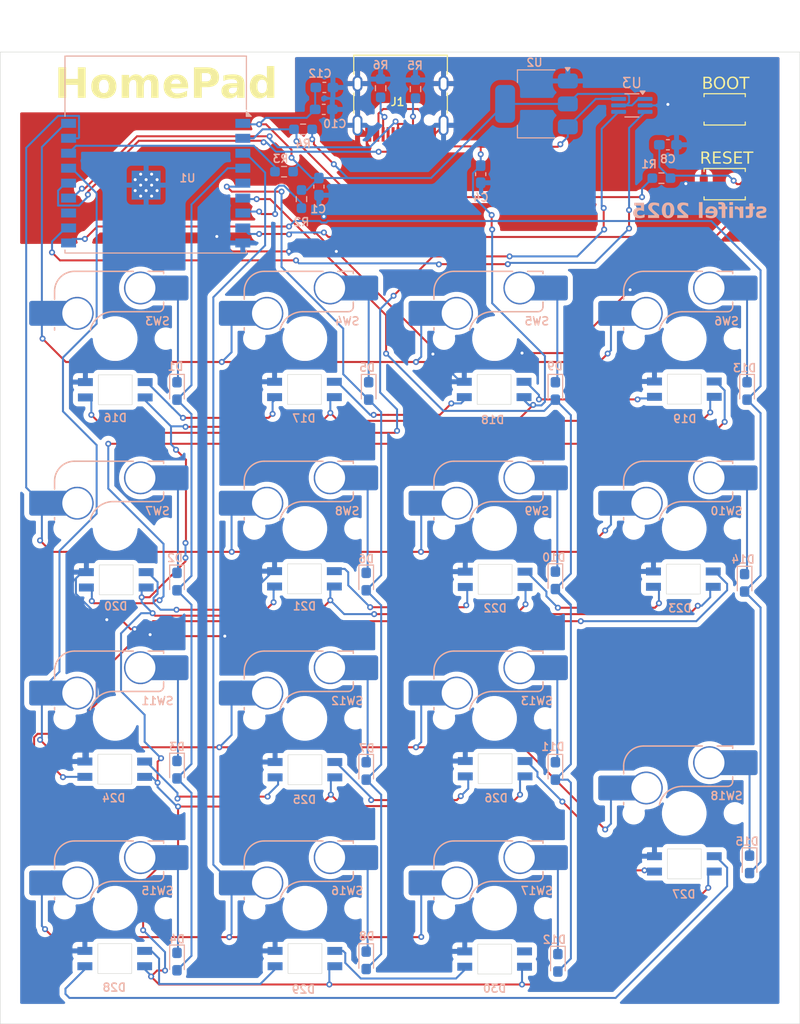
<source format=kicad_pcb>
(kicad_pcb (version 20241229) (generator "pcbnew") (generator_version "9.0")
  (layers (0 "F.Cu" signal) (2 "B.Cu" signal) (13 "F.Paste" user) (15 "B.Paste" user) (5 "F.SilkS" user "F.Silkscreen") (7 "B.SilkS" user "B.Silkscreen") (1 "F.Mask" user) (3 "B.Mask" user) (25 "Edge.Cuts" user))
  (net 0 "")
  (net 1 "+3.3V")
  (net 2 "GND")
  (net 3 "+5V")
  (net 4 "Net-(D1-K)")
  (net 5 "Column0")
  (net 6 "Net-(D2-K)")
  (net 7 "Net-(D3-K)")
  (net 8 "Net-(D4-K)")
  (net 9 "Column1")
  (net 10 "Net-(D5-K)")
  (net 11 "Net-(D6-K)")
  (net 12 "Net-(D7-K)")
  (net 13 "Net-(D8-K)")
  (net 14 "Column2")
  (net 15 "Net-(D9-K)")
  (net 16 "Net-(D10-K)")
  (net 17 "Net-(D11-K)")
  (net 18 "Net-(D12-K)")
  (net 19 "Column3")
  (net 20 "Net-(D13-K)")
  (net 21 "Net-(D14-K)")
  (net 22 "Net-(D15-K)")
  (net 23 "Net-(J1-CC1)")
  (net 24 "/USB+")
  (net 25 "/USB-")
  (net 26 "Net-(J1-CC2)")
  (net 27 "Net-(C8-Pad1)")
  (net 28 "Net-(U1-IO8)")
  (net 29 "Net-(U1-IO2)")
  (net 30 "Net-(U1-EN)")
  (net 31 "Net-(U1-IO9)")
  (net 32 "Row0")
  (net 33 "Row1")
  (net 34 "Row2")
  (net 35 "Row3")
  (net 36 "Net-(D16-DIN)")
  (net 38 "Net-(D16-DOUT)")
  (net 39 "Net-(D17-DOUT)")
  (net 40 "LEDs")
  (net 41 "Net-(D18-DOUT)")
  (net 42 "Net-(D19-DOUT)")
  (net 43 "Net-(D20-DOUT)")
  (net 44 "Net-(D21-DOUT)")
  (net 45 "Net-(D22-DOUT)")
  (net 46 "Net-(D23-DOUT)")
  (net 47 "Net-(D24-DOUT)")
  (net 48 "Net-(D25-DOUT)")
  (net 49 "Net-(D26-DOUT)")
  (net 50 "Net-(D27-DOUT)")
  (net 51 "Net-(D28-DOUT)")
  (net 52 "Net-(D29-DOUT)")
  (footprint "Connector_USB:USB_C_Receptacle_HRO_TYPE-C-31-M-12" (layer "F.Cu") (at 76.2 24.4625 180)
    (property "Reference" "J1")
    (property "Value" "USB_C_Receptacle_USB2.0_14P")
  )
  (footprint "Button_Switch_SMD:SW_Push_SPST_NO_Alps_SKRK" (layer "F.Cu") (at 108.75 33.5)
    (property "Reference" "SW2" (hide yes))
    (property "Value" "SW_Push")
  )
  (footprint "Button_Switch_SMD:SW_Push_SPST_NO_Alps_SKRK" (layer "F.Cu") (at 108.75 26)
    (property "Reference" "SW1" (hide yes))
    (property "Value" "SW_Push")
  )
  (footprint "PCM_marbastlib-mx:SW_MX_HS_CPG151101S11_1u" (layer "B.Cu") (at 47.54 68.05 180)
    (property "Reference" "SW7")
    (property "Value" "SW_Push")
  )
  (footprint "meow:LED-SMD_4P_XL-6028RGBW-WS2812B" (layer "B.Cu") (at 47.5 111.2 180)
    (property "Reference" "D28")
    (property "Value" "WS2812B")
    (fp_rect (start -1.7 1.5) (end 1.7 -1.5) (stroke (width 0.05)) (fill no) (layer "Edge.Cuts"))
  )
  (footprint "Resistor_SMD:R_0603_1608Metric_Pad0.98x0.95mm_HandSolder" (layer "B.Cu") (at 77.7 23.9625 90)
    (property "Reference" "R5")
    (property "Value" "5.1k")
  )
  (footprint "Diode_SMD:D_0603_1608Metric_Pad1.05x0.95mm_HandSolder" (layer "B.Cu") (at 73 54.25 -90)
    (property "Reference" "D5")
    (property "Value" "D_Small")
  )
  (footprint "meow:LED-SMD_4P_XL-6028RGBW-WS2812B" (layer "B.Cu") (at 47.55 54.13 180)
    (property "Reference" "D16")
    (property "Value" "WS2812B")
    (fp_rect (start -1.7 1.5) (end 1.7 -1.5) (stroke (width 0.05)) (fill no) (layer "Edge.Cuts"))
  )
  (footprint "PCM_marbastlib-mx:SW_MX_HS_CPG151101S11_1u" (layer "B.Cu") (at 85.64 49 180)
    (property "Reference" "SW5")
    (property "Value" "SW_Push")
  )
  (footprint "PCM_marbastlib-mx:SW_MX_HS_CPG151101S11_1u" (layer "B.Cu") (at 85.64 87.1 180)
    (property "Reference" "SW13")
    (property "Value" "SW_Push")
  )
  (footprint "Resistor_SMD:R_0603_1608Metric_Pad0.98x0.95mm_HandSolder" (layer "B.Cu") (at 64.5 32.25)
    (property "Reference" "R3")
    (property "Value" "10k")
  )
  (footprint "Capacitor_SMD:C_0603_1608Metric_Pad1.08x0.95mm_HandSolder" (layer "B.Cu") (at 68 33.75 -90)
    (property "Reference" "C1")
    (property "Value" "10 uF")
  )
  (footprint "PCM_marbastlib-mx:SW_MX_HS_CPG151101S11_1u" (layer "B.Cu") (at 104.69 96.625 180)
    (property "Reference" "SW18")
    (property "Value" "SW_Push")
  )
  (footprint "Package_TO_SOT_SMD:SOT-223-3_TabPin2" (layer "B.Cu") (at 89.85 25.45 180)
    (property "Reference" "U2")
    (property "Value" "TLV1117-33")
  )
  (footprint "Package_TO_SOT_SMD:SOT-363_SC-70-6_Handsoldering" (layer "B.Cu") (at 99.43 25.6 180)
    (property "Reference" "U3")
    (property "Value" "SN74LVC1T45DCK")
  )
  (footprint "Diode_SMD:D_0603_1608Metric_Pad1.05x0.95mm_HandSolder" (layer "B.Cu") (at 92 111.625 -90)
    (property "Reference" "D12")
    (property "Value" "D_Small")
  )
  (footprint "meow:LED-SMD_4P_XL-6028RGBW-WS2812B" (layer "B.Cu") (at 66.6 111.2 180)
    (property "Reference" "D29")
    (property "Value" "WS2812B")
    (fp_rect (start -1.7 1.5) (end 1.7 -1.5) (stroke (width 0.05)) (fill no) (layer "Edge.Cuts"))
  )
  (footprint "Capacitor_SMD:C_0603_1608Metric_Pad1.08x0.95mm_HandSolder" (layer "B.Cu") (at 68.4875 26 180)
    (property "Reference" "C10")
    (property "Value" "10uF")
  )
  (footprint "meow:LED-SMD_4P_XL-6028RGBW-WS2812B" (layer "B.Cu") (at 85.6 54.1 180)
    (property "Reference" "D18")
    (property "Value" "WS2812B")
    (fp_rect (start -1.7 1.5) (end 1.7 -1.5) (stroke (width 0.05)) (fill no) (layer "Edge.Cuts"))
  )
  (footprint "PCM_marbastlib-mx:SW_MX_HS_CPG151101S11_1u" (layer "B.Cu") (at 104.69 49 180)
    (property "Reference" "SW6")
    (property "Value" "SW_Push")
  )
  (footprint "meow:LED-SMD_4P_XL-6028RGBW-WS2812B" (layer "B.Cu") (at 85.7 73.15 180)
    (property "Reference" "D22")
    (property "Value" "WS2812B")
    (fp_rect (start -1.7 1.5) (end 1.7 -1.5) (stroke (width 0.05)) (fill no) (layer "Edge.Cuts"))
  )
  (footprint "Capacitor_SMD:C_0603_1608Metric_Pad1.08x0.95mm_HandSolder" (layer "B.Cu") (at 103.05 29.55)
    (property "Reference" "C8")
    (property "Value" "1uF?")
  )
  (footprint "Diode_SMD:D_0603_1608Metric_Pad1.05x0.95mm_HandSolder" (layer "B.Cu") (at 91.75 54.25 -90)
    (property "Reference" "D9")
    (property "Value" "D_Small")
  )
  (footprint "Resistor_SMD:R_0603_1608Metric_Pad0.98x0.95mm_HandSolder" (layer "B.Cu") (at 102.4 32.9 180)
    (property "Reference" "R1")
    (property "Value" "1k")
  )
  (footprint "meow:LED-SMD_4P_XL-6028RGBW-WS2812B" (layer "B.Cu") (at 104.6 73.13 180)
    (property "Reference" "D23")
    (property "Value" "WS2812B")
    (fp_rect (start -1.7 1.5) (end 1.7 -1.5) (stroke (width 0.05)) (fill no) (layer "Edge.Cuts"))
  )
  (footprint "PCM_marbastlib-mx:SW_MX_HS_CPG151101S11_1u" (layer "B.Cu") (at 104.69 68.05 180)
    (property "Reference" "SW10")
    (property "Value" "SW_Push")
  )
  (footprint "meow:LED-SMD_4P_XL-6028RGBW-WS2812B" (layer "B.Cu") (at 47.65 73.2 180)
    (property "Reference" "D20")
    (property "Value" "WS2812B")
    (fp_rect (start -1.7 1.5) (end 1.7 -1.5) (stroke (width 0.05)) (fill no) (layer "Edge.Cuts"))
  )
  (footprint "meow:LED-SMD_4P_XL-6028RGBW-WS2812B" (layer "B.Cu") (at 66.55 54.1 180)
    (property "Reference" "D17")
    (property "Value" "WS2812B")
    (fp_rect (start -1.7 1.5) (end 1.7 -1.5) (stroke (width 0.05)) (fill no) (layer "Edge.Cuts"))
  )
  (footprint "Diode_SMD:D_0603_1608Metric_Pad1.05x0.95mm_HandSolder" (layer "B.Cu") (at 111 54.25 -90)
    (property "Reference" "D13")
    (property "Value" "D_Small")
  )
  (footprint "Diode_SMD:D_0603_1608Metric_Pad1.05x0.95mm_HandSolder" (layer "B.Cu") (at 110.75 73.5 -90)
    (property "Reference" "D14")
    (property "Value" "D_Small")
  )
  (footprint "Resistor_SMD:R_0603_1608Metric_Pad0.98x0.95mm_HandSolder" (layer "B.Cu") (at 66.25 35 90)
    (property "Reference" "R2")
    (property "Value" "10k")
  )
  (footprint "Diode_SMD:D_0603_1608Metric_Pad1.05x0.95mm_HandSolder" (layer "B.Cu") (at 53.75 73.375 -90)
    (property "Reference" "D2")
    (property "Value" "D_Small")
  )
  (footprint "meow:LED-SMD_4P_XL-6028RGBW-WS2812B" (layer "B.Cu") (at 104.7 54.07 180)
    (property "Reference" "D19")
    (property "Value" "WS2812B")
    (fp_rect (start -1.7 1.5) (end 1.7 -1.5) (stroke (width 0.05)) (fill no) (layer "Edge.Cuts"))
  )
  (footprint "meow:LED-SMD_4P_XL-6028RGBW-WS2812B" (layer "B.Cu") (at 66.55 73.1 180)
    (property "Reference" "D21")
    (property "Value" "WS2812B")
    (fp_rect (start -1.7 1.5) (end 1.7 -1.5) (stroke (width 0.05)) (fill no) (layer "Edge.Cuts"))
  )
  (footprint "Diode_SMD:D_0603_1608Metric_Pad1.05x0.95mm_HandSolder" (layer "B.Cu") (at 111.25 101.75 -90)
    (property "Reference" "D15")
    (property "Value" "D_Small")
  )
  (footprint "PCM_marbastlib-mx:SW_MX_HS_CPG151101S11_1u" (layer "B.Cu") (at 66.59 49 180)
    (property "Reference" "SW4")
    (property "Value" "SW_Push")
  )
  (footprint "Diode_SMD:D_0603_1608Metric_Pad1.05x0.95mm_HandSolder" (layer "B.Cu") (at 91.75 92.375 -90)
    (property "Reference" "D11")
    (property "Value" "D_Small")
  )
  (footprint "meow:LED-SMD_4P_XL-6028RGBW-WS2812B" (layer "B.Cu") (at 85.7 92.15 180)
    (property "Reference" "D26")
    (property "Value" "WS2812B")
    (fp_rect (start -1.7 1.5) (end 1.7 -1.5) (stroke (width 0.05)) (fill no) (layer "Edge.Cuts"))
  )
  (footprint "Diode_SMD:D_0603_1608Metric_Pad1.05x0.95mm_HandSolder" (layer "B.Cu") (at 53.75 92.25 -90)
    (property "Reference" "D3")
    (property "Value" "D_Small")
  )
  (footprint "PCM_marbastlib-mx:SW_MX_HS_CPG151101S11_1u" (layer "B.Cu") (at 85.64 68.05 180)
    (property "Reference" "SW9")
    (property "Value" "SW_Push")
  )
  (footprint "Diode_SMD:D_0603_1608Metric_Pad1.05x0.95mm_HandSolder" (layer "B.Cu") (at 72.75 73.375 -90)
    (property "Reference" "D6")
    (property "Value" "D_Small")
  )
  (footprint "Capacitor_SMD:C_0603_1608Metric_Pad1.08x0.95mm_HandSolder" (layer "B.Cu") (at 68.55 23.8 180)
    (property "Reference" "C12")
    (property "Value" "100nF")
  )
  (footprint "Diode_SMD:D_0603_1608Metric_Pad1.05x0.95mm_HandSolder" (layer "B.Cu") (at 72.75 111.375 -90)
    (property "Reference" "D8")
    (property "Value" "D_Small")
  )
  (footprint "PCM_marbastlib-mx:SW_MX_HS_CPG151101S11_1u" (layer "B.Cu") (at 66.59 87.1 180)
    (property "Reference" "SW12")
    (property "Value" "SW_Push")
  )
  (footprint "PCM_marbastlib-mx:SW_MX_HS_CPG151101S11_1u" (layer "B.Cu") (at 85.64 106.15 180)
    (property "Reference" "SW17")
    (property "Value" "SW_Push")
  )
  (footprint "PCM_marbastlib-mx:SW_MX_HS_CPG151101S11_1u" (layer "B.Cu") (at 47.54 106.15 180)
    (property "Reference" "SW15")
    (property "Value" "SW_Push")
  )
  (footprint "Capacitor_SMD:C_0603_1608Metric_Pad1.08x0.95mm_HandSolder" (layer "B.Cu") (at 84.25 32.5 -90)
    (property "Reference" "C4")
    (property "Value" "100 uF (tentalum)")
  )
  (footprint "Diode_SMD:D_0603_1608Metric_Pad1.05x0.95mm_HandSolder" (layer "B.Cu") (at 72.75 92.375 -90)
    (property "Reference" "D7")
    (property "Value" "D_Small")
  )
  (footprint "Diode_SMD:D_0603_1608Metric_Pad1.05x0.95mm_HandSolder" (layer "B.Cu") (at 53.75 111.5 -90)
    (property "Reference" "D4")
    (property "Value" "D_Small")
  )
  (footprint "Resistor_SMD:R_0603_1608Metric_Pad0.98x0.95mm_HandSolder" (layer "B.Cu") (at 74.2 23.875 90)
    (property "Reference" "R6")
    (property "Value" "5.1k")
  )
  (footprint "PCM_marbastlib-mx:SW_MX_HS_CPG151101S11_1u" (layer "B.Cu") (at 66.59 106.15 180)
    (property "Reference" "SW16")
    (property "Value" "SW_Push")
  )
  (footprint "PCM_marbastlib-mx:SW_MX_HS_CPG151101S11_1u" (layer "B.Cu") (at 66.59 68.05 180)
    (property "Reference" "SW8")
    (property "Value" "SW_Push")
  )
  (footprint "Diode_SMD:D_0603_1608Metric_Pad1.05x0.95mm_HandSolder" (layer "B.Cu") (at 53.75 54.25 -90)
    (property "Reference" "D1")
    (property "Value" "D_Small")
  )
  (footprint "PCM_marbastlib-mx:SW_MX_HS_CPG151101S11_1u" (layer "B.Cu") (at 47.54 87.1 180)
    (property "Reference" "SW11")
    (property "Value" "SW_Push")
  )
  (footprint "meow:LED-SMD_4P_XL-6028RGBW-WS2812B" (layer "B.Cu") (at 66.6 92.25 180)
    (property "Reference" "D25")
    (property "Value" "WS2812B")
    (fp_rect (start -1.7 1.5) (end 1.7 -1.5) (stroke (width 0.05)) (fill no) (layer "Edge.Cuts"))
  )
  (footprint "Resistor_SMD:R_0603_1608Metric_Pad0.98x0.95mm_HandSolder" (layer "B.Cu") (at 66.4125 28)
    (property "Reference" "R4")
    (property "Value" "10k")
  )
  (footprint "meow:LED-SMD_4P_XL-6028RGBW-WS2812B" (layer "B.Cu") (at 47.5 92.2 180)
    (property "Reference" "D24")
    (property "Value" "WS2812B")
    (fp_rect (start -1.7 1.5) (end 1.7 -1.5) (stroke (width 0.05)) (fill no) (layer "Edge.Cuts"))
  )
  (footprint "RF_Module:ESP32-C3-WROOM-02" (layer "B.Cu") (at 51.61 33.4 180)
    (property "Reference" "U1")
    (property "Value" "ESP32-C3-WROOM-02")
  )
  (footprint "PCM_marbastlib-mx:SW_MX_HS_CPG151101S11_1u" (layer "B.Cu") (at 47.54 49 180)
    (property "Reference" "SW3")
    (property "Value" "SW_Push")
  )
  (footprint "meow:LED-SMD_4P_XL-6028RGBW-WS2812B" (layer "B.Cu") (at 104.7 101.7 180)
    (property "Reference" "D27")
    (property "Value" "WS2812B")
    (fp_rect (start -1.7 1.5) (end 1.7 -1.5) (stroke (width 0.05)) (fill no) (layer "Edge.Cuts"))
  )
  (footprint "Diode_SMD:D_0603_1608Metric_Pad1.05x0.95mm_HandSolder" (layer "B.Cu") (at 91.75 73.25 -90)
    (property "Reference" "D10")
    (property "Value" "D_Small")
  )
  (footprint "meow:LED-SMD_4P_XL-6028RGBW-WS2812B" (layer "B.Cu") (at 85.65 111.25 180)
    (property "Reference" "D30")
    (property "Value" "WS2812B")
    (fp_rect (start -1.7 1.5) (end 1.7 -1.5) (stroke (width 0.05)) (fill no) (layer "Edge.Cuts"))
  )
  (gr_rect (start 36 20.25) (end 116.3 117.75) (stroke (width 0.05)) (fill no) (layer "Edge.Cuts"))
  (gr_text "RESET" (at 106.25 31.65 0) (layer "F.SilkS") (effects (font (size 1.2 1.2)) (justify left bottom)))
  (gr_text "BOOT" (at 106.45 24.15 0) (layer "F.SilkS") (effects (font (size 1.2 1.2)) (justify left bottom)))
  (gr_text "HomePad" (at 41.45 25.35 0) (layer "F.SilkS") (effects (font (size 3 3) (thickness 0.3) (bold yes)) (justify left bottom)))
  (gr_text "strifel 2025" (at 113.05 37.15 -0) (layer "B.SilkS") (effects (font (size 1.5 1.5) (thickness 0.25) (bold yes)) (justify left bottom mirror)))
  (segment (start 67.5 29.5) (end 69.5 31.5) (width 0.2) (layer "F.Cu") (net 1))
  (segment (start 65.25 30.85) (end 65.25 30.050429) (width 0.2) (layer "F.Cu") (net 1))
  (segment (start 62.699571 27.5) (end 62 27.5) (width 0.2) (layer "F.Cu") (net 1))
  (segment (start 65.25 30.050429) (end 62.699571 27.5) (width 0.2) (layer "F.Cu") (net 1))
  (segment (start 67.325 29) (end 67.5 29.175) (width 0.2) (layer "F.Cu") (net 1))
  (segment (start 67.5 29.175) (end 67.5 29.5) (width 0.2) (layer "F.Cu") (net 1))
  (via (at 69.5 31.5) (size 0.6) (drill 0.3) (layers "F.Cu" "B.Cu") (net 1))
  (via (at 65.25 30.85) (size 0.6) (drill 0.3) (layers "F.Cu" "B.Cu") (net 1))
  (via (at 67.325 29) (size 0.6) (drill 0.3) (layers "F.Cu" "B.Cu") (net 1))
  (via (at 62 27.5) (size 0.6) (drill 0.3) (layers "F.Cu" "B.Cu") (net 1))
  (segment (start 98.1 25.6) (end 98.849999 25.6) (width 0.2) (layer "B.Cu") (net 1))
  (segment (start 98.95 24.45) (end 94 24.45) (width 0.2) (layer "B.Cu") (net 1))
  (segment (start 65.95 31.55) (end 67.2875 32.8875) (width 0.2) (layer "B.Cu") (net 1))
  (segment (start 69.5 31.5) (end 70.8875 32.8875) (width 0.2) (layer "B.Cu") (net 1))
  (segment (start 65.25 30.85) (end 65.95 31.55) (width 0.2) (layer "B.Cu") (net 1))
  (segment (start 98.1 25.6) (end 99.441544 25.6) (width 0.2) (layer "B.Cu") (net 1))
  (segment (start 67.625 26) (end 67.625 23.8625) (width 0.2) (layer "B.Cu") (net 1))
  (segment (start 74 32.8875) (end 68 32.8875) (width 0.2) (layer "B.Cu") (net 1))
  (segment (start 93 25.45) (end 86.7 25.45) (width 0.2) (layer "B.Cu") (net 1))
  (segment (start 67.625 23.8625) (end 67.6875 23.8) (width 0.2) (layer "B.Cu") (net 1))
  (segment (start 99.15 25.299999) (end 99.15 24.65) (width 0.2) (layer "B.Cu") (net 1))
  (segment (start 66.25 34.0875) (end 66.8 34.0875) (width 0.2) (layer "B.Cu") (net 1))
  (segment (start 67.325 29) (end 67.325 28) (width 0.2) (layer "B.Cu") (net 1))
  (segment (start 62 27.5) (end 62.65 26.85) (width 0.2) (layer "B.Cu") (net 1))
  (segment (start 65.4125 32.0875) (end 65.95 31.55) (width 0.2) (layer "B.Cu") (net 1))
  (segment (start 62 27.5) (end 60.46 27.5) (width 0.2) (layer "B.Cu") (net 1))
  (segment (start 66.775 26.85) (end 67.625 26) (width 0.2) (layer "B.Cu") (net 1))
  (segment (start 100.091544 24.95) (end 100.76 24.95) (width 0.2) (layer "B.Cu") (net 1))
  (segment (start 62.65 26.85) (end 66.775 26.85) (width 0.2) (layer "B.Cu") (net 1))
  (segment (start 98.849999 25.6) (end 99.15 25.299999) (width 0.2) (layer "B.Cu") (net 1))
  (segment (start 60.46 27.5) (end 60.36 27.4) (width 0.2) (layer "B.Cu") (net 1))
  (segment (start 70.8875 32.8875) (end 74 32.8875) (width 0.2) (layer "B.Cu") (net 1))
  (segment (start 99.15 24.65) (end 98.95 24.45) (width 0.2) (layer "B.Cu") (net 1))
  (segment (start 74 32.8875) (end 79.2625 32.8875) (width 0.2) (layer "B.Cu") (net 1))
  (segment (start 94 24.45) (end 93 25.45) (width 0.2) (layer "B.Cu") (net 1))
  (segment (start 67.2875 32.8875) (end 68 32.8875) (width 0.2) (layer "B.Cu") (net 1))
  (segment (start 99.441544 25.6) (end 100.091544 24.95) (width 0.2) (layer "B.Cu") (net 1))
  (segment (start 65.4125 32.25) (end 65.4125 32.0875) (width 0.2) (layer "B.Cu") (net 1))
  (segment (start 66.8 34.0875) (end 68 32.8875) (width 0.2) (layer "B.Cu") (net 1))
  (segment (start 79.2625 32.8875) (end 86.7 25.45) (width 0.2) (layer "B.Cu") (net 1))
  (segment (start 88.4 50.45) (end 92.9 50.45) (width 0.2) (layer "F.Cu") (net 2))
  (segment (start 79.45 49.95) (end 79.45 50.55) (width 0.2) (layer "F.Cu") (net 2))
  (segment (start 49.5 78.15) (end 49.1 78.15) (width 0.2) (layer "F.Cu") (net 2))
  (segment (start 72.795 28.5075) (end 71.88 27.5925) (width 0.2) (layer "F.Cu") (net 2))
  (segment (start 49.1 78.15) (end 48.15 77.2) (width 0.2) (layer "F.Cu") (net 2))
  (segment (start 65 40.25) (end 59.25 40.25) (width 0.2) (layer "F.Cu") (net 2))
  (segment (start 80.52 27.5925) (end 80.52 23.4125) (width 0.2) (layer "F.Cu") (net 2))
  (segment (start 48.15 77.2) (end 46.7 77.2) (width 0.2) (layer "F.Cu") (net 2))
  (segment (start 69.551471 40.25) (end 69.75 40.25) (width 0.2) (layer "F.Cu") (net 2))
  (segment (start 68.5 36.75) (end 67.5 37.75) (width 0.2) (layer "F.Cu") (net 2))
  (segment (start 67.5 37.75) (end 67.5 38.198529) (width 0.2) (layer "F.Cu") (net 2))
  (segment (start 79.605 28.5075) (end 80.52 27.5925) (width 0.2) (layer "F.Cu") (net 2))
  (segment (start 69.75 40.25) (end 79.45 49.95) (width 0.2) (layer "F.Cu") (net 2))
  (segment (start 51.2 78.85) (end 51.05 78.7) (width 0.2) (layer "F.Cu") (net 2))
  (segment (start 58.55 78.85) (end 51.2 78.85) (width 0.2) (layer "F.Cu") (net 2))
  (segment (start 104.85 33.45) (end 104.9 33.5) (width 0.2) (layer "F.Cu") (net 2))
  (segment (start 59.25 40.25) (end 57.75 38.75) (width 0.2) (layer "F.Cu") (net 2))
  (segment (start 71.88 23.4125) (end 71.88 27.5925) (width 0.2) (layer "F.Cu") (net 2))
  (segment (start 67.5 38.198529) (end 69.551471 40.25) (width 0.2) (layer "F.Cu") (net 2))
  (segment (start 79.45 28.5075) (end 79.605 28.5075) (width 0.2) (layer "F.Cu") (net 2))
  (segment (start 104.9 33.5) (end 106.65 33.5) (width 0.2) (layer "F.Cu") (net 2))
  (segment (start 72.95 28.5075) (end 72.795 28.5075) (width 0.2) (layer "F.Cu") (net 2))
  (segment (start 92.9 50.45) (end 99.25 44.1) (width 0.2) (layer "F.Cu") (net 2))
  (via (at 58.55 78.85) (size 0.6) (drill 0.3) (layers "F.Cu" "B.Cu") (net 2))
  (via (at 99.25 44.1) (size 0.6) (drill 0.3) (layers "F.Cu" "B.Cu") (net 2))
  (via (at 51.05 78.7) (size 0.6) (drill 0.3) (layers "F.Cu" "B.Cu") (net 2))
  (via (at 79.45 50.55) (size 0.6) (drill 0.3) (layers "F.Cu" "B.Cu") (net 2))
  (via (at 68.5 36.75) (size 0.6) (drill 0.3) (layers "F.Cu" "B.Cu") (net 2))
  (via (at 88.4 50.45) (size 0.6) (drill 0.3) (layers "F.Cu" "B.Cu") (net 2))
  (via (at 65 40.25) (size 0.6) (drill 0.3) (layers "F.Cu" "B.Cu") (net 2))
  (via (at 57.75 38.75) (size 0.6) (drill 0.3) (layers "F.Cu" "B.Cu") (net 2))
  (via (at 104.85 33.45) (size 0.6) (drill 0.3) (layers "F.Cu" "B.Cu") (net 2))
  (via (at 46.7 77.2) (size 0.6) (drill 0.3) (layers "F.Cu" "B.Cu") (net 2))
  (via (at 69.75 40.25) (size 0.6) (drill 0.3) (layers "F.Cu" "B.Cu") (net 2))
  (via (at 103.05 25.5) (size 0.6) (drill 0.3) (layers "F.Cu" "B.Cu") (net 2))
  (via (at 49.5 78.15) (size 0.6) (drill 0.3) (layers "F.Cu" "B.Cu") (net 2))
  (segment (start 44.8 86.247717) (end 45.7 85.347717) (width 0.2) (layer "B.Cu") (net 2))
  (segment (start 50.05 78.7) (end 49.5 78.15) (width 0.2) (layer "B.Cu") (net 2))
  (segment (start 43.6 73.05) (end 44.22 72.43) (width 0.2) (layer "B.Cu") (net 2))
  (segment (start 79.45 50.55) (end 82.23 53.33) (width 0.2) (layer "B.Cu") (net 2))
  (segment (start 63.4 72.33) (end 58.55 77.18) (width 0.2) (layer "B.Cu") (net 2))
  (segment (start 82.23 53.33) (end 82.9 53.33) (width 0.2) (layer "B.Cu") (net 2))
  (segment (start 69.75 40.25) (end 65 40.25) (width 0.2) (layer "B.Cu") (net 2))
  (segment (start 43.6 74.6) (end 43.6 73.05) (width 0.2) (layer "B.Cu") (net 2))
  (segment (start 63.85 72.33) (end 63.4 72.33) (width 0.2) (layer "B.Cu") (net 2))
  (segment (start 51.05 78.7) (end 50.05 78.7) (width 0.2) (layer "B.Cu") (net 2))
  (segment (start 45.7 76.7) (end 46.2 76.7) (width 0.2) (layer "B.Cu") (net 2))
  (segment (start 44.8 91.43) (end 44.8 86.247717) (width 0.2) (layer "B.Cu") (net 2))
  (segment (start 102.95 25.6) (end 103.05 25.5) (width 0.2) (layer "B.Cu") (net 2))
  (segment (start 58.55 77.18) (end 58.55 78.85) (width 0.2) (layer "B.Cu") (net 2))
  (segment (start 44.22 72.43) (end 44.95 72.43) (width 0.2) (layer "B.Cu") (net 2))
  (segment (start 46.2 76.7) (end 46.7 77.2) (width 0.2) (layer "B.Cu") (net 2))
  (segment (start 45.7 76.7) (end 43.6 74.6) (width 0.2) (layer "B.Cu") (net 2))
  (segment (start 100.76 25.6) (end 102.95 25.6) (width 0.2) (layer "B.Cu") (net 2))
  (segment (start 45.7 85.347717) (end 45.7 76.7) (width 0.2) (layer "B.Cu") (net 2))
  (segment (start 106.45 57.25) (end 107.3 56.4) (width 0.2) (layer "F.Cu") (net 3))
  (segment (start 87.808975 76.641025) (end 105.208975 76.641025) (width 0.2) (layer "F.Cu") (net 3))
  (segment (start 68.002031 95.947969) (end 69.2 94.75) (width 0.2) (layer "F.Cu") (net 3))
  (segment (start 67.6 76.8) (end 69.15 75.25) (width 0.2) (layer "F.Cu") (net 3))
  (segment (start 78.65 29.4325) (end 78.93 29.7125) (width 0.2) (layer "F.Cu") (net 3))
  (segment (start 69.2 94.75) (end 70.35 95.9) (width 0.2) (layer "F.Cu") (net 3))
  (segment (start 85.35 36.6) (end 85.35 38) (width 0.2) (layer "F.Cu") (net 3))
  (segment (start 74.45 25.9625) (end 77.95 25.9625) (width 0.2) (layer "F.Cu") (net 3))
  (segment (start 73.553098 76.641025) (end 87.808975 76.641025) (width 0.2) (layer "F.Cu") (net 3))
  (segment (start 51.15 113) (end 51.95 113.8) (width 0.2) (layer "F.Cu") (net 3))
  (segment (start 88.75 75.7) (end 88.75 75.65) (width 0.2) (layer "F.Cu") (net 3))
  (segment (start 50.5 74.95) (end 50.2 74.95) (width 0.2) (layer "F.Cu") (net 3))
  (segment (start 97.4 113.8) (end 107.1 104.1) (width 0.2) (layer "F.Cu") (net 3))
  (segment (start 78.93 29.7125) (end 84.2125 29.7125) (width 0.2) (layer "F.Cu") (net 3))
  (segment (start 54.6 70.9939) (end 54.6 71.35) (width 0.2) (layer "F.Cu") (net 3))
  (segment (start 92 29.75) (end 92.25 29.5) (width 0.2) (layer "F.Cu") (net 3))
  (segment (start 84.25 29.75) (end 92 29.75) (width 0.2) (layer "F.Cu") (net 3))
  (segment (start 73.985 26.4275) (end 74.45 25.9625) (width 0.2) (layer "F.Cu") (net 3))
  (segment (start 54.65 61.15) (end 54.65 69.45) (width 0.2) (layer "F.Cu") (net 3))
  (segment (start 67.75 57.85) (end 69.15 56.45) (width 0.2) (layer "F.Cu") (net 3))
  (segment (start 73.985 27.342094) (end 73.985 26.4275) (width 0.2) (layer "F.Cu") (net 3))
  (segment (start 73.75 27.577094) (end 73.985 27.342094) (width 0.2) (layer "F.Cu") (net 3))
  (segment (start 51.55 76.8) (end 67.6 76.8) (width 0.2) (layer "F.Cu") (net 3))
  (segment (start 51 74.95) (end 50.5 74.95) (width 0.2) (layer "F.Cu") (net 3))
  (segment (start 51.75 112.4) (end 52.55 112.4) (width 0.2) (layer "F.Cu") (net 3))
  (segment (start 77.95 25.9625) (end 78.415 26.4275) (width 0.2) (layer "F.Cu") (net 3))
  (segment (start 105.208975 76.641025) (end 106.05 75.8) (width 0.2) (layer "F.Cu") (net 3))
  (segment (start 73.75 28.5075) (end 73.75 27.577094) (width 0.2) (layer "F.Cu") (net 3))
  (segment (start 87.808975 76.641025) (end 88.55 75.9) (width 0.2) (layer "F.Cu") (net 3))
  (segment (start 78.415 28.2725) (end 78.65 28.5075) (width 0.2) (layer "F.Cu") (net 3))
  (segment (start 69.15 56.45) (end 69.95 57.25) (width 0.2) (layer "F.Cu") (net 3))
  (segment (start 53.856998 100.050719) (end 50.35 103.557717) (width 0.2) (layer "F.Cu") (net 3))
  (segment (start 53.856998 95.947969) (end 68.002031 95.947969) (width 0.2) (layer "F.Cu") (net 3))
  (segment (start 54.6 71.35) (end 51 74.95) (width 0.2) (layer "F.Cu") (net 3))
  (segment (start 78.415 26.4275) (end 78.415 28.2725) (width 0.2) (layer "F.Cu") (net 3))
  (segment (start 88.4 113.8) (end 97.4 113.8) (width 0.2) (layer "F.Cu") (net 3))
  (segment (start 51.95 113.8) (end 69.05 113.8) (width 0.2) (layer "F.Cu") (net 3))
  (segment (start 85.35 38) (end 85.4 38.05) (width 0.2) (layer "F.Cu") (net 3))
  (segment (start 69.05 113.8) (end 88.4 113.8) (width 0.2) (layer "F.Cu") (net 3))
  (segment (start 54.65 69.45) (end 54.65 69.455) (width 0.2) (layer "F.Cu") (net 3))
  (segment (start 50.35 103.557717) (end 50.35 108.35) (width 0.2) (layer "F.Cu") (net 3))
  (segment (start 52.15 91.1) (end 51.8 91.45) (width 0.2) (layer "F.Cu") (net 3))
  (segment (start 87.05 95.9) (end 88.2 94.75) (width 0.2) (layer "F.Cu") (net 3))
  (segment (start 87.919051 57.25) (end 106.45 57.25) (width 0.2) (layer "F.Cu") (net 3))
  (segment (start 51.15 113) (end 51.75 112.4) (width 0.2) (layer "F.Cu") (net 3))
  (segment (start 84.2125 29.7125) (end 84.25 29.75) (width 0.2) (layer "F.Cu") (net 3))
  (segment (start 51.3 76.55) (end 51.55 76.8) (width 0.2) (layer "F.Cu") (net 3))
  (segment (start 54.65 69.455) (end 54.605 69.5) (width 0.2) (layer "F.Cu") (net 3))
  (segment (start 84.25 29.75) (end 84.25 30.5) (width 0.2) (layer "F.Cu") (net 3))
  (segment (start 53.856998 95.947969) (end 53.856998 100.050719) (width 0.2) (layer "F.Cu") (net 3))
  (segment (start 54.605 57.85) (end 67.75 57.85) (width 0.2) (layer "F.Cu") (net 3))
  (segment (start 70.35 95.9) (end 87.05 95.9) (width 0.2) (layer "F.Cu") (net 3))
  (segment (start 87.919051 57.25) (end 89.519051 55.65) (width 0.2) (layer "F.Cu") (net 3))
  (segment (start 51.8 91.45) (end 51.8 93.55) (width 0.2) (layer "F.Cu") (net 3))
  (segment (start 88.55 75.9) (end 88.75 75.7) (width 0.2) (layer "F.Cu") (net 3))
  (segment (start 69.95 57.25) (end 87.919051 57.25) (width 0.2) (layer "F.Cu") (net 3))
  (segment (start 53.65 60.15) (end 54.65 61.15) (width 0.2) (layer "F.Cu") (net 3))
  (segment (start 78.65 28.5075) (end 78.65 29.4325) (width 0.2) (layer "F.Cu") (net 3))
  (via (at 69.15 56.45) (size 0.6) (drill 0.3) (layers "F.Cu" "B.Cu") (net 3))
  (via (at 88.2 94.75) (size 0.6) (drill 0.3) (layers "F.Cu" "B.Cu") (net 3))
  (via (at 89.519051 55.65) (size 0.6) (drill 0.3) (layers "F.Cu" "B.Cu") (net 3))
  (via (at 88.75 75.65) (size 0.6) (drill 0.3) (layers "F.Cu" "B.Cu") (net 3))
  (via (at 85.35 36.6) (size 0.6) (drill 0.3) (layers "F.Cu" "B.Cu") (net 3))
  (via (at 106.05 75.8) (size 0.6) (drill 0.3) (layers "F.Cu" "B.Cu") (net 3))
  (via (at 69.15 75.25) (size 0.6) (drill 0.3) (layers "F.Cu" "B.Cu") (net 3))
  (via (at 85.4 38.05) (size 0.6) (drill 0.3) (layers "F.Cu" "B.Cu") (net 3))
  (via (at 73.553098 76.641025) (size 0.6) (drill 0.3) (layers "F.Cu" "B.Cu") (net 3))
  (via (at 54.6 70.9939) (size 0.6) (drill 0.3) (layers "F.Cu" "B.Cu") (net 3))
  (via (at 92.25 29.5) (size 0.6) (drill 0.3) (layers "F.Cu" "B.Cu") (net 3))
  (via (at 52.55 112.4) (size 0.6) (drill 0.3) (layers "F.Cu" "B.Cu") (net 3))
  (via (at 50.2 74.95) (size 0.6) (drill 0.3) (layers "F.Cu" "B.Cu") (net 3))
  (via (at 53.65 60.15) (size 0.6) (drill 0.3) (layers "F.Cu" "B.Cu") (net 3))
  (via (at 54.605 69.5) (size 0.6) (drill 0.3) (layers "F.Cu" "B.Cu") (net 3))
  (via (at 69.2 94.75) (size 0.6) (drill 0.3) (layers "F.Cu" "B.Cu") (net 3))
  (via (at 107.3 56.4) (size 0.6) (drill 0.3) (layers "F.Cu" "B.Cu") (net 3))
  (via (at 107.1 104.1) (size 0.6) (drill 0.3) (layers "F.Cu" "B.Cu") (net 3))
  (via (at 51.3 76.55) (size 0.6) (drill 0.3) (layers "F.Cu" "B.Cu") (net 3))
  (via (at 84.25 30.5) (size 0.6) (drill 0.3) (layers "F.Cu" "B.Cu") (net 3))
  (via (at 51.15 113) (size 0.6) (drill 0.3) (layers "F.Cu" "B.Cu") (net 3))
  (via (at 53.856998 95.947969) (size 0.6) (drill 0.3) (layers "F.Cu" "B.Cu") (net 3))
  (via (at 51.8 93.55) (size 0.6) (drill 0.3) (layers "F.Cu" "B.Cu") (net 3))
  (via (at 50.35 108.35) (size 0.6) (drill 0.3) (layers "F.Cu" "B.Cu") (net 3))
  (via (at 69.05 113.8) (size 0.6) (drill 0.3) (layers "F.Cu" "B.Cu") (net 3))
  (via (at 52.15 91.1) (size 0.6) (drill 0.3) (layers "F.Cu" "B.Cu") (net 3))
  (via (at 88.4 113.8) (size 0.6) (drill 0.3) (layers "F.Cu" "B.Cu") (net 3))
  (via (at 54.605 57.85) (size 0.6) (drill 0.3) (layers "F.Cu" "B.Cu") (net 3))
  (segment (start 50.2 74.95) (end 50.2 75.45) (width 0.2) (layer "B.Cu") (net 3))
  (segment (start 50.5 89.45) (end 52.15 91.1) (width 0.2) (layer "B.Cu") (net 3))
  (segment (start 54.6 57.85) (end 54.605 57.85) (width 0.2) (layer "B.Cu") (net 3))
  (segment (start 54.605 70.9889) (end 54.6 70.9939) (width 0.2) (layer "B.Cu") (net 3))
  (segment (start 83.475 32.4125) (end 83.475 34.725) (width 0.2) (layer "B.Cu") (net 3))
  (segment (start 107.1 104.1) (end 107.1 102.77) (width 0.2) (layer "B.Cu") (net 3))
  (segment (start 92.25 29.5) (end 93 28.75) (width 0.2) (layer "B.Cu") (net 3))
  (segment (start 85.4 38.05) (end 85.4 45.445225) (width 0.2) (layer "B.Cu") (net 3))
  (segment (start 69.15 75.25) (end 69.15 73.97) (width 0.2) (layer "B.Cu") (net 3))
  (segment (start 107.3 74.95) (end 107.3 73.9) (width 0.2) (layer "B.Cu") (net 3))
  (segment (start 70.541025 76.641025) (end 73.553098 76.641025) (width 0.2) (layer "B.Cu") (net 3))
  (segment (start 89.08 55.65) (end 88.3 54.87) (width 0.2) (layer "B.Cu") (net 3))
  (segment (start 50.2 74.95) (end 50.2 74.12) (width 0.2) (layer "B.Cu") (net 3))
  (segment (start 50.5 86.745225) (end 50.5 89.45) (width 0.2) (layer "B.Cu") (net 3))
  (segment (start 107.3 56.4) (end 107.3 54.94) (width 0.2) (layer "B.Cu") (net 3))
  (segment (start 69.2 94.75) (end 69.2 93.12) (width 0.2) (layer "B.Cu") (net 3))
  (segment (start 88.2 94.75) (end 88.2 93.12) (width 0.2) (layer "B.Cu") (net 3))
  (segment (start 88.75 75.65) (end 88.75 74.27) (width 0.2) (layer "B.Cu") (net 3))
  (segment (start 95.8 24.95) (end 93 27.75) (width 0.2) (layer "B.Cu") (net 3))
  (segment (start 106.45 75.8) (end 107.3 74.95) (width 0.2) (layer "B.Cu") (net 3))
  (segment (start 107.1 102.77) (end 107.4 102.47) (width 0.2) (layer "B.Cu") (net 3))
  (segment (start 93 28.75) (end 93 27.75) (width 0.2) (layer "B.Cu") (net 3))
  (segment (start 50.2 75.45) (end 51.3 76.55) (width 0.2) (layer "B.Cu") (net 3))
  (segment (start 50.25 54.9) (end 53.15 57.8) (width 0.2) (layer "B.Cu") (net 3))
  (segment (start 53.15 57.8) (end 53.15 59.6) (width 0.2) (layer "B.Cu") (net 3))
  (segment (start 52.55 110.55) (end 52.55 112.4) (width 0.2) (layer "B.Cu") (net 3))
  (segment (start 88.4 112.07) (end 88.35 112.02) (width 0.2) (layer "B.Cu") (net 3))
  (segment (start 88.75 74.27) (end 88.4 73.92) (width 0.2) (layer "B.Cu") (net 3))
  (segment (start 89.519051 55.65) (end 89.08 55.65) (width 0.2) (layer "B.Cu") (net 3))
  (segment (start 50.35 108.35) (end 52.55 110.55) (width 0.2) (layer "B.Cu") (net 3))
  (segment (start 48.13 84.375225) (end 50.5 86.745225) (width 0.2) (layer "B.Cu") (net 3))
  (segment (start 54.55 57.8) (end 54.6 57.85) (width 0.2) (layer "B.Cu") (net 3))
  (segment (start 69.15 56.45) (end 69.15 54.97) (width 0.2) (layer "B.Cu") (net 3))
  (segment (start 51.15 113) (end 51.15 112.92) (width 0.2) (layer "B.Cu") (net 3))
  (segment (start 85.4 45.445225) (end 90.7 50.745225) (width 0.2) (layer "B.Cu") (net 3))
  (segment (start 84.25 30.5) (end 84.25 31.6375) (width 0.2) (layer "B.Cu") (net 3))
  (segment (start 51.15 112.92) (end 50.2 111.97) (width 0.2) (layer "B.Cu") (net 3))
  (segment (start 88.2 93.12) (end 88.4 92.92) (width 0.2) (layer "B.Cu") (net 3))
  (segment (start 83.475 34.725) (end 85.35 36.6) (width 0.2) (layer "B.Cu") (net 3))
  (segment (start 53.65 60.1) (end 53.65 60.15) (width 0.2) (layer "B.Cu") (net 3))
  (segment (start 69.05 113.8) (end 69.05 112.22) (width 0.2) (layer "B.Cu") (net 3))
  (segment (start 53.85 95.85) (end 53.85 95.940971) (width 0.2) (layer "B.Cu") (net 3))
  (segment (start 69.15 73.97) (end 69.25 73.87) (width 0.2) (layer "B.Cu") (net 3))
  (segment (start 69.2 93.12) (end 69.3 93.02) (width 0.2) (layer "B.Cu") (net 3))
  (segment (start 53.651471 95.85) (end 53.85 95.85) (width 0.2) (layer "B.Cu") (net 3))
  (segment (start 50.15 76.55) (end 48.13 78.57) (width 0.2) (layer "B.Cu") (net 3))
  (segment (start 106.05 75.8) (end 106.45 75.8) (width 0.2) (layer "B.Cu") (net 3))
  (segment (start 90.7 50.745225) (end 90.7 55.348529) (width 0.2) (layer "B.Cu") (net 3))
  (segment (start 51.8 93.998529) (end 53.651471 95.85) (width 0.2) (layer "B.Cu") (net 3))
  (segment (start 54.605 69.5) (end 54.605 70.9889) (width 0.2) (layer "B.Cu") (net 3))
  (segment (start 88.4 113.8) (end 88.4 112.07) (width 0.2) (layer "B.Cu") (net 3))
  (segment (start 51.22 92.97) (end 51.8 93.55) (width 0.2) (layer "B.Cu") (net 3))
  (segment (start 84.25 31.6375) (end 83.475 32.4125) (width 0.2) (layer "B.Cu") (net 3))
  (segment (start 51.3 76.55) (end 50.15 76.55) (width 0.2) (layer "B.Cu") (net 3))
  (segment (start 51.8 93.55) (end 51.8 93.998529) (width 0.2) (layer "B.Cu") (net 3))
  (segment (start 107.3 54.94) (end 107.4 54.84) (width 0.2) (layer "B.Cu") (net 3))
  (segment (start 98.1 24.95) (end 95.8 24.95) (width 0.2) (layer "B.Cu") (net 3))
  (segment (start 90.7 55.348529) (end 90.348529 55.7) (width 0.2) (layer "B.Cu") (net 3))
  (segment (start 90.348529 55.7) (end 89.13 55.7) (width 0.2) (layer "B.Cu") (net 3))
  (segment (start 89.13 55.7) (end 88.3 54.87) (width 0.2) (layer "B.Cu") (net 3))
  (segment (start 53.15 59.6) (end 53.65 60.1) (width 0.2) (layer "B.Cu") (net 3))
  (segment (start 53.15 57.8) (end 54.55 57.8) (width 0.2) (layer "B.Cu") (net 3))
  (segment (start 50.2 74.12) (end 50.35 73.97) (width 0.2) (layer "B.Cu") (net 3))
  (segment (start 53.85 95.940971) (end 53.856998 95.947969) (width 0.2) (layer "B.Cu") (net 3))
  (segment (start 50.2 92.97) (end 51.22 92.97) (width 0.2) (layer "B.Cu") (net 3))
  (segment (start 69.15 75.25) (end 70.541025 76.641025) (width 0.2) (layer "B.Cu") (net 3))
  (segment (start 48.13 78.57) (end 48.13 84.375225) (width 0.2) (layer "B.Cu") (net 3))
  (segment (start 69.05 112.22) (end 69.3 111.97) (width 0.2) (layer "B.Cu") (net 3))
  (segment (start 54.605 69.5) (end 54.6 69.505) (width 0.2) (layer "B.Cu") (net 3))
  (segment (start 69.15 54.97) (end 69.25 54.87) (width 0.2) (layer "B.Cu") (net 3))
  (segment (start 53.845 53.28) (end 53.845 44.135) (width 0.2) (layer "B.Cu") (net 4))
  (segment (start 53.845 44.135) (end 53.63 43.92) (width 0.2) (layer "B.Cu") (net 4))
  (segment (start 53.75 53.375) (end 53.845 53.28) (width 0.2) (layer "B.Cu") (net 4))
  (segment (start 55.205 75.705) (end 55.205 91.67) (width 0.2) (layer "B.Cu") (net 5))
  (segment (start 55.205 56.58) (end 55.205 72.795) (width 0.2) (layer "B.Cu") (net 5))
  (segment (start 55.205 53.67) (end 55.205 35.545) (width 0.2) (layer "B.Cu") (net 5))
  (segment (start 53.75 55.125) (end 55.205 53.67) (width 0.2) (layer "B.Cu") (net 5))
  (segment (start 55.205 72.795) (end 53.75 74.25) (width 0.2) (layer "B.Cu") (net 5))
  (segment (start 53.75 93.125) (end 55.205 94.58) (width 0.2) (layer "B.Cu") (net 5))
  (segment (start 53.75 55.125) (end 55.205 56.58) (width 0.2) (layer "B.Cu") (net 5))
  (segment (start 58.85 31.9) (end 60.36 31.9) (width 0.2) (layer "B.Cu") (net 5))
  (segment (start 55.205 94.58) (end 55.205 110.92) (width 0.2) (layer "B.Cu") (net 5))
  (segment (start 55.205 110.92) (end 53.75 112.375) (width 0.2) (layer "B.Cu") (net 5))
  (segment (start 55.205 91.67) (end 53.75 93.125) (width 0.2) (layer "B.Cu") (net 5))
  (segment (start 55.205 35.545) (end 58.85 31.9) (width 0.2) (layer "B.Cu") (net 5))
  (segment (start 53.75 74.25) (end 55.205 75.705) (width 0.2) (layer "B.Cu") (net 5))
  (segment (start 53.845 63.185) (end 53.63 62.97) (width 0.2) (layer "B.Cu") (net 6))
  (segment (start 53.845 72.405) (end 53.845 63.185) (width 0.2) (layer "B.Cu") (net 6))
  (segment (start 53.75 72.5) (end 53.845 72.405) (width 0.2) (layer "B.Cu") (net 6))
  (segment (start 53.63 82.02) (end 53.845 82.235) (width 0.2) (layer "B.Cu") (net 7))
  (segment (start 53.845 91.28) (end 53.75 91.375) (width 0.2) (layer "B.Cu") (net 7))
  (segment (start 53.845 82.235) (end 53.845 91.28) (width 0.2) (layer "B.Cu") (net 7))
  (segment (start 53.63 101.07) (end 53.845 101.285) (width 0.2) (layer "B.Cu") (net 8))
  (segment (start 53.845 110.53) (end 53.75 110.625) (width 0.2) (layer "B.Cu") (net 8))
  (segment (start 53.845 101.285) (end 53.845 110.53) (width 0.2) (layer "B.Cu") (net 8))
  (segment (start 59.25 34.25) (end 58.75 33.75) (width 0.2) (layer "F.Cu") (net 9))
  (segment (start 64.25 34.25) (end 59.25 34.25) (width 0.2) (layer "F.Cu") (net 9))
  (via (at 64.25 34.25) (size 0.6) (drill 0.3) (layers "F.Cu" "B.Cu") (net 9))
  (via (at 58.75 33.75) (size 0.6) (drill 0.3) (layers "F.Cu" "B.Cu") (net 9))
  (segment (start 70.445 52.57) (end 70.445 47.992717) (width 0.2) (layer "B.Cu") (net 9))
  (segment (start 74.255 94.755) (end 74.255 110.745) (width 0.2) (layer "B.Cu") (net 9))
  (segment (start 74.255 56.38) (end 74.255 72.745) (width 0.2) (layer "B.Cu") (net 9))
  (segment (start 73 55.125) (end 74.255 56.38) (width 0.2) (layer "B.Cu") (net 9))
  (segment (start 58.75 33.75) (end 60.01 33.75) (width 0.2) (layer "B.Cu") (net 9))
  (segment (start 64.25 41.797717) (end 64.25 34.25) (width 0.2) (layer "B.Cu") (net 9))
  (segment (start 60.01 33.75) (end 60.36 33.4) (width 0.2) (layer "B.Cu") (net 9))
  (segment (start 74.255 110.745) (end 72.75 112.25) (width 0.2) (layer "B.Cu") (net 9))
  (segment (start 72.75 93.25) (end 74.255 94.755) (width 0.2) (layer "B.Cu") (net 9))
  (segment (start 70.445 47.992717) (end 64.25 41.797717) (width 0.2) (layer "B.Cu") (net 9))
  (segment (start 73 55.125) (end 70.445 52.57) (width 0.2) (layer "B.Cu") (net 9))
  (segment (start 74.255 91.745) (end 72.75 93.25) (width 0.2) (layer "B.Cu") (net 9))
  (segment (start 74.255 75.755) (end 74.255 91.745) (width 0.2) (layer "B.Cu") (net 9))
  (segment (start 72.75 74.25) (end 74.255 75.755) (width 0.2) (layer "B.Cu") (net 9))
  (segment (start 74.255 72.745) (end 72.75 74.25) (width 0.2) (layer "B.Cu") (net 9))
  (segment (start 73 44.24) (end 72.68 43.92) (width 0.2) (layer "B.Cu") (net 10))
  (segment (start 73 53.375) (end 73 44.24) (width 0.2) (layer "B.Cu") (net 10))
  (segment (start 72.895 72.355) (end 72.75 72.5) (width 0.2) (layer "B.Cu") (net 11))
  (segment (start 72.895 63.185) (end 72.895 72.355) (width 0.2) (layer "B.Cu") (net 11))
  (segment (start 72.68 62.97) (end 72.895 63.185) (width 0.2) (layer "B.Cu") (net 11))
  (segment (start 72.895 82.235) (end 72.68 82.02) (width 0.2) (layer "B.Cu") (net 12))
  (segment (start 72.75 91.5) (end 72.895 91.355) (width 0.2) (layer "B.Cu") (net 12))
  (segment (start 72.895 91.355) (end 72.895 82.235) (width 0.2) (layer "B.Cu") (net 12))
  (segment (start 72.895 101.285) (end 72.895 110.355) (width 0.2) (layer "B.Cu") (net 13))
  (segment (start 72.895 110.355) (end 72.75 110.5) (width 0.2) (layer "B.Cu") (net 13))
  (segment (start 72.68 101.07) (end 72.895 101.285) (width 0.2) (layer "B.Cu") (net 13))
  (segment (start 74.75 46.651471) (end 63.098529 35) (width 0.2) (layer "F.Cu") (net 14))
  (segment (start 63.098529 35) (end 61.75 35) (width 0.2) (layer "F.Cu") (net 14))
  (segment (start 74.75 50.5) (end 74.75 46.651471) (width 0.2) (layer "F.Cu") (net 14))
  (via (at 74.75 50.5) (size 0.6) (drill 0.3) (layers "F.Cu" "B.Cu") (net 14))
  (via (at 61.75 35) (size 0.6) (drill 0.3) (layers "F.Cu" "B.Cu") (net 14))
  (segment (start 93.305 75.805) (end 93.305 91.695) (width 0.2) (layer "B.Cu") (net 14))
  (segment (start 90.625 56.25) (end 80.5 56.25) (width 0.2) (layer "B.Cu") (net 14))
  (segment (start 91.75 74.125) (end 93.305 75.68) (width 0.2) (layer "B.Cu") (net 14))
  (segment (start 93.305 56.68) (end 93.305 72.57) (width 0.2) (layer "B.Cu") (net 14))
  (segment (start 93.305 93.555) (end 93 93.25) (width 0.2) (layer "B.Cu") (net 14))
  (segment (start 91.75 55.125) (end 93.305 56.68) (width 0.2) (layer "B.Cu") (net 14))
  (segment (start 80.5 56.25) (end 74.75 50.5) (width 0.2) (layer "B.Cu") (net 14))
  (segment (start 93.305 91.695) (end 91.75 93.25) (width 0.2) (layer "B.Cu") (net 14))
  (segment (start 93.305 111.195) (end 92 112.5) (width 0.2) (layer "B.Cu") (net 14))
  (segment (start 93 93.25) (end 91.75 93.25) (width 0.2) (layer "B.Cu") (net 14))
  (segment (start 60.46 35) (end 60.36 34.9) (width 0.2) (layer "B.Cu") (net 14))
  (segment (start 91.75 74.25) (end 93.305 75.805) (width 0.2) (layer "B.Cu") (net 14))
  (segment (start 93.305 111.195) (end 93.305 93.555) (width 0.2) (layer "B.Cu") (net 14))
  (segment (start 91.75 55.125) (end 90.625 56.25) (width 0.2) (layer "B.Cu") (net 14))
  (segment (start 93.305 72.57) (end 91.75 74.125) (width 0.2) (layer "B.Cu") (net 14))
  (segment (start 61.75 35) (end 60.46 35) (width 0.2) (layer "B.Cu") (net 14))
  (segment (start 91.75 74.125) (end 91.75 74.25) (width 0.2) (layer "B.Cu") (net 14))
  (segment (start 91.945 44.135) (end 91.73 43.92) (width 0.2) (layer "B.Cu") (net 15))
  (segment (start 91.75 53.375) (end 91.945 53.18) (width 0.2) (layer "B.Cu") (net 15))
  (segment (start 91.945 53.18) (end 91.945 44.135) (width 0.2) (layer "B.Cu") (net 15))
  (segment (start 91.73 62.97) (end 91.945 63.185) (width 0.2) (layer "B.Cu") (net 16))
  (segment (start 91.945 72.18) (end 91.75 72.375) (width 0.2) (layer "B.Cu") (net 16))
  (segment (start 91.945 63.185) (end 91.945 72.18) (width 0.2) (layer "B.Cu") (net 16))
  (segment (start 91.75 91.5) (end 91.945 91.305) (width 0.2) (layer "B.Cu") (net 17))
  (segment (start 91.945 82.235) (end 91.73 82.02) (width 0.2) (layer "B.Cu") (net 17))
  (segment (start 91.945 91.305) (end 91.945 82.235) (width 0.2) (layer "B.Cu") (net 17))
  (segment (start 92 101.34) (end 91.73 101.07) (width 0.2) (layer "B.Cu") (net 18))
  (segment (start 92 110.75) (end 92 101.34) (width 0.2) (layer "B.Cu") (net 18))
  (segment (start 65 37.75) (end 45.75 37.75) (width 0.2) (layer "F.Cu") (net 19))
  (segment (start 45.75 37.75) (end 44.5 39) (width 0.2) (layer "F.Cu") (net 19))
  (via (at 65 37.75) (size 0.6) (drill 0.3) (layers "F.Cu" "B.Cu") (net 19))
  (via (at 44.5 39) (size 0.6) (drill 0.3) (layers "F.Cu" "B.Cu") (net 19))
  (segment (start 68.898529 37.2) (end 68.748529 37.35) (width 0.2) (layer "B.Cu") (net 19))
  (segment (start 68.251471 37.35) (end 68.101471 37.2) (width 0.2) (layer "B.Cu") (net 19))
  (segment (start 112.355 42.145) (end 107.41 37.2) (width 0.2) (layer "B.Cu") (net 19))
  (segment (start 112.355 56.48) (end 111 55.125) (width 0.2) (layer "B.Cu") (net 19))
  (segment (start 68.101471 37.2) (end 65.55 37.2) (width 0.2) (layer "B.Cu") (net 19))
  (segment (start 107.41 37.2) (end 68.898529 37.2) (width 0.2) (layer "B.Cu") (net 19))
  (segment (start 68.748529 37.35) (end 68.251471 37.35) (width 0.2) (layer "B.Cu") (net 19))
  (segment (start 43.26 39) (end 42.86 39.4) (width 0.2) (layer "B.Cu") (net 19))
  (segment (start 65.55 37.2) (end 65 37.75) (width 0.2) (layer "B.Cu") (net 19))
  (segment (start 110.75 74.375) (end 112.355 72.77) (width 0.2) (layer "B.Cu") (net 19))
  (segment (start 112.355 72.77) (end 112.355 56.48) (width 0.2) (layer "B.Cu") (net 19))
  (segment (start 111 55.125) (end 112.355 53.77) (width 0.2) (layer "B.Cu") (net 19))
  (segment (start 44.5 39) (end 43.26 39) (width 0.2) (layer "B.Cu") (net 19))
  (segment (start 111.25 102.625) (end 112.355 101.52) (width 0.2) (layer "B.Cu") (net 19))
  (segment (start 112.355 101.52) (end 112.355 75.98) (width 0.2) (layer "B.Cu") (net 19))
  (segment (start 112.355 53.77) (end 112.355 42.145) (width 0.2) (layer "B.Cu") (net 19))
  (segment (start 112.355 75.98) (end 110.75 74.375) (width 0.2) (layer "B.Cu") (net 19))
  (segment (start 111 53.375) (end 111 44.14) (width 0.2) (layer "B.Cu") (net 20))
  (segment (start 111 44.14) (end 110.78 43.92) (width 0.2) (layer "B.Cu") (net 20))
  (segment (start 110.75 72.625) (end 110.995 72.38) (width 0.2) (layer "B.Cu") (net 21))
  (segment (start 110.995 63.185) (end 110.78 62.97) (width 0.2) (layer "B.Cu") (net 21))
  (segment (start 110.995 72.38) (end 110.995 63.185) (width 0.2) (layer "B.Cu") (net 21))
  (segment (start 111.25 100.875) (end 111.25 92.015) (width 0.2) (layer "B.Cu") (net 22))
  (segment (start 111.25 92.015) (end 110.78 91.545) (width 0.2) (layer "B.Cu") (net 22))
  (segment (start 77.45 28.5075) (end 77.45 26.7125) (width 0.2) (layer "F.Cu") (net 23))
  (via (at 77.45 26.7125) (size 0.6) (drill 0.3) (layers "F.Cu" "B.Cu") (net 23))
  (segment (start 77.45 25.125) (end 77.7 24.875) (width 0.2) (layer "B.Cu") (net 23))
  (segment (start 77.45 26.7125) (end 77.45 25.125) (width 0.2) (layer "B.Cu") (net 23))
  (segment (start 76.4 29.5325) (end 76.45 29.4825) (width 0.2) (layer "F.Cu") (net 24))
  (segment (start 44.800521 34.267678) (end 44.800521 34.550521) (width 0.2) (layer "F.Cu") (net 24))
  (segment (start 75.4125 30.25) (end 74 30.25) (width 0.2) (layer "F.Cu") (net 24))
  (segment (start 62.449479 29.300521) (end 62.298438 29.14948) (width 0.2) (layer "F.Cu") (net 24))
  (segment (start 49.918719 29.14948) (end 44.800521 34.267678) (width 0.2) (layer "F.Cu") (net 24))
  (segment (start 75.5 29.5325) (end 75.5 30.1625) (width 0.2) (layer "F.Cu") (net 24))
  (segment (start 75.5 29.5325) (end 76.4 29.5325) (width 0.2) (layer "F.Cu") (net 24))
  (segment (start 75.45 28.5075) (end 75.45 29.4825) (width 0.2) (layer "F.Cu") (net 24))
  (segment (start 75.45 29.4825) (end 75.5 29.5325) (width 0.2) (layer "F.Cu") (net 24))
  (segment (start 62.298438 29.14948) (end 49.918719 29.14948) (width 0.2) (layer "F.Cu") (net 24))
  (segment (start 76.45 29.4825) (end 76.45 28.5075) (width 0.2) (layer "F.Cu") (net 24))
  (segment (start 75.5 30.1625) (end 75.4125 30.25) (width 0.2) (layer "F.Cu") (net 24))
  (via (at 62.449479 29.300521) (size 0.6) (drill 0.3) (layers "F.Cu" "B.Cu") (net 24))
  (via (at 74 30.25) (size 0.6) (drill 0.3) (layers "F.Cu" "B.Cu") (net 24))
  (via (at 44.800521 34.550521) (size 0.6) (drill 0.3) (layers "F.Cu" "B.Cu") (net 24))
  (segment (start 44.800521 34.550521) (end 44.800521 34.759479) (width 0.2) (layer "B.Cu") (net 24))
  (segment (start 62.732322 29.300521) (end 62.449479 29.300521) (width 0.2) (layer "B.Cu") (net 24))
  (segment (start 42.56 33.4) (end 42.86 33.4) (width 0.2) (layer "B.Cu") (net 24))
  (segment (start 41.81 34.15) (end 42.56 33.4) (width 0.2) (layer "B.Cu") (net 24))
  (segment (start 63.681801 30.25) (end 62.732322 29.300521) (width 0.2) (layer "B.Cu") (net 24))
  (segment (start 74 30.25) (end 63.681801 30.25) (width 0.2) (layer "B.Cu") (net 24))
  (segment (start 43.91 35.65) (end 41.81 35.65) (width 0.2) (layer "B.Cu") (net 24))
  (segment (start 44.800521 34.759479) (end 43.91 35.65) (width 0.2) (layer "B.Cu") (net 24))
  (segment (start 41.81 35.65) (end 41.81 34.15) (width 0.2) (layer "B.Cu") (net 24))
  (segment (start 63.050521 28.699479) (end 49.732322 28.699479) (width 0.2) (layer "F.Cu") (net 25))
  (segment (start 76.95 27.5325) (end 76.95 28.5075) (width 0.2) (layer "F.Cu") (net 25))
  (segment (start 75.7 27.2825) (end 75.7 27.2125) (width 0.2) (layer "F.Cu") (net 25))
  (segment (start 75.95 27.5325) (end 76.02 27.4625) (width 0.2) (layer "F.Cu") (net 25))
  (segment (start 75.95 27.5325) (end 75.7 27.2825) (width 0.2) (layer "F.Cu") (net 25))
  (segment (start 75.95 28.5075) (end 75.95 27.5325) (width 0.2) (layer "F.Cu") (net 25))
  (segment (start 49.732322 28.699479) (end 44.482322 33.949479) (width 0.2) (layer "F.Cu") (net 25))
  (segment (start 44.482322 33.949479) (end 44.199479 33.949479) (width 0.2) (layer "F.Cu") (net 25))
  (segment (start 76.88 27.4625) (end 76.95 27.5325) (width 0.2) (layer "F.Cu") (net 25))
  (segment (start 76.02 27.4625) (end 76.88 27.4625) (width 0.2) (layer "F.Cu") (net 25))
  (via (at 63.050521 28.699479) (size 0.6) (drill 0.3) (layers "F.Cu" "B.Cu") (net 25))
  (via (at 75.7 27.2125) (size 0.6) (drill 0.3) (layers "F.Cu" "B.Cu") (net 25))
  (via (at 44.199479 33.949479) (size 0.6) (drill 0.3) (layers "F.Cu" "B.Cu") (net 25))
  (segment (start 44.199479 33.949479) (end 43.248958 34.9) (width 0.2) (layer "B.Cu") (net 25))
  (segment (start 63.050521 28.982322) (end 63.868198 29.799999) (width 0.2) (layer "B.Cu") (net 25))
  (segment (start 43.248958 34.9) (end 42.86 34.9) (width 0.2) (layer "B.Cu") (net 25))
  (segment (start 63.868198 29.799999) (end 73.112501 29.799999) (width 0.2) (layer "B.Cu") (net 25))
  (segment (start 73.112501 29.799999) (end 75.7 27.2125) (width 0.2) (layer "B.Cu") (net 25))
  (segment (start 63.050521 28.699479) (end 63.050521 28.982322) (width 0.2) (layer "B.Cu") (net 25))
  (segment (start 74.45 28.5075) (end 74.45 26.896765) (width 0.2) (layer "F.Cu") (net 26))
  (segment (start 74.45 26.896765) (end 74.585 26.761765) (width 0.2) (layer "F.Cu") (net 26))
  (via (at 74.585 26.761765) (size 0.6) (drill 0.3) (layers "F.Cu" "B.Cu") (net 26))
  (segment (start 74.2 26.376765) (end 74.2 24.7875) (width 0.2) (layer "B.Cu") (net 26))
  (segment (start 74.585 26.761765) (end 74.2 26.376765) (width 0.2) (layer "B.Cu") (net 26))
  (segment (start 109.65 33.15) (end 110 33.5) (width 0.2) (layer "F.Cu") (net 27))
  (segment (start 110 33.5) (end 110.2829 33.5) (width 0.2) (layer "F.Cu") (net 27))
  (segment (start 110.2829 33.5) (end 110.56645 33.21645) (width 0.2) (layer "F.Cu") (net 27))
  (via (at 109.65 33.15) (size 0.6) (drill 0.3) (layers "F.Cu" "B.Cu") (net 27))
  (segment (start 102.1875 31.775) (end 103.3125 32.9) (width 0.2) (layer "B.Cu") (net 27))
  (segment (start 102.1875 29.55) (end 102.1875 31.775) (width 0.2) (layer "B.Cu") (net 27))
  (segment (start 103.5635 32.649) (end 109.149 32.649) (width 0.2) (layer "B.Cu") (net 27))
  (segment (start 109.149 32.649) (end 109.65 33.15) (width 0.2) (layer "B.Cu") (net 27))
  (segment (start 103.3125 32.9) (end 103.5635 32.649) (width 0.2) (layer "B.Cu") (net 27))
  (segment (start 63.6 36.5) (end 62.25 36.5) (width 0.2) (layer "F.Cu") (net 28))
  (segment (start 62.25 36.5) (end 62 36.25) (width 0.2) (layer "F.Cu") (net 28))
  (via (at 62 36.25) (size 0.6) (drill 0.3) (layers "F.Cu" "B.Cu") (net 28))
  (via (at 63.6 36.5) (size 0.6) (drill 0.3) (layers "F.Cu" "B.Cu") (net 28))
  (segment (start 63.6 34.051471) (end 63.6 36.5) (width 0.2) (layer "B.Cu") (net 28))
  (segment (start 64.498529 33.65) (end 64.001471 33.65) (width 0.2) (layer "B.Cu") (net 28))
  (segment (start 64.001471 33.65) (end 63.6 34.051471) (width 0.2) (layer "B.Cu") (net 28))
  (segment (start 66.25 35.401471) (end 64.498529 33.65) (width 0.2) (layer "B.Cu") (net 28))
  (segment (start 66.25 35.9125) (end 66.25 35.401471) (width 0.2) (layer "B.Cu") (net 28))
  (segment (start 60.51 36.25) (end 60.36 36.4) (width 0.2) (layer "B.Cu") (net 28))
  (segment (start 62 36.25) (end 60.51 36.25) (width 0.2) (layer "B.Cu") (net 28))
  (segment (start 63.5875 31.775) (end 61.4625 29.65) (width 0.2) (layer "B.Cu") (net 29))
  (segment (start 63.5875 32.25) (end 63.5875 31.775) (width 0.2) (layer "B.Cu") (net 29))
  (segment (start 43.61 29.65) (end 42.86 30.4) (width 0.2) (layer "B.Cu") (net 29))
  (segment (start 61.4625 29.65) (end 43.61 29.65) (width 0.2) (layer "B.Cu") (net 29))
  (segment (start 71.350001 34.8) (end 65.75 29.199999) (width 0.2) (layer "F.Cu") (net 30))
  (segment (start 100.45 34.8) (end 71.350001 34.8) (width 0.2) (layer "F.Cu") (net 30))
  (via (at 65.75 29.199999) (size 0.6) (drill 0.3) (layers "F.Cu" "B.Cu") (net 30))
  (via (at 100.45 34.8) (size 0.6) (drill 0.3) (layers "F.Cu" "B.Cu") (net 30))
  (segment (start 100.45 34.8) (end 100.45 33.9375) (width 0.2) (layer "B.Cu") (net 30))
  (segment (start 100.45 33.9375) (end 101.4875 32.9) (width 0.2) (layer "B.Cu") (net 30))
  (segment (start 65.5 28) (end 62.348529 28) (width 0.2) (layer "B.Cu") (net 30))
  (segment (start 61.448529 28.9) (end 60.36 28.9) (width 0.2) (layer "B.Cu") (net 30))
  (segment (start 65.75 29.199999) (end 65.75 28.25) (width 0.2) (layer "B.Cu") (net 30))
  (segment (start 62.348529 28) (end 61.448529 28.9) (width 0.2) (layer "B.Cu") (net 30))
  (segment (start 65.75 28.25) (end 65.5 28) (width 0.2) (layer "B.Cu") (net 30))
  (segment (start 65 38.550003) (end 64.949997 38.5) (width 0.2) (layer "F.Cu") (net 31))
  (segment (start 110.85 26) (end 112.05 27.2) (width 0.2) (layer "F.Cu") (net 31))
  (segment (start 112.05 34.55) (end 107.8 38.8) (width 0.2) (layer "F.Cu") (net 31))
  (segment (start 112.05 27.2) (end 112.05 34.55) (width 0.2) (layer "F.Cu") (net 31))
  (segment (start 64.949997 38.5) (end 62 38.5) (width 0.2) (layer "F.Cu") (net 31))
  (segment (start 107.8 38.8) (end 68.95 38.8) (width 0.2) (layer "F.Cu") (net 31))
  (segment (start 68.95 38.8) (end 68.5 38.35) (width 0.2) (layer "F.Cu") (net 31))
  (via (at 62 38.5) (size 0.6) (drill 0.3) (layers "F.Cu" "B.Cu") (net 31))
  (via (at 65 38.550003) (size 0.6) (drill 0.3) (layers "F.Cu" "B.Cu") (net 31))
  (via (at 68.5 38.35) (size 0.6) (drill 0.3) (layers "F.Cu" "B.Cu") (net 31))
  (segment (start 65.200003 38.35) (end 65 38.550003) (width 0.2) (layer "B.Cu") (net 31))
  (segment (start 68.5 38.35) (end 65.200003 38.35) (width 0.2) (layer "B.Cu") (net 31))
  (segment (start 60.96 38.5) (end 60.36 37.9) (width 0.2) (layer "B.Cu") (net 31))
  (segment (start 62 38.5) (end 60.96 38.5) (width 0.2) (layer "B.Cu") (net 31))
  (segment (start 42.5939 51.3439) (end 58.25 51.3439) (width 0.2) (layer "F.Cu") (net 32))
  (segment (start 58.25 51.3439) (end 77.75 51.3439) (width 0.2) (layer "F.Cu") (net 32))
  (segment (start 77.75 51.3439) (end 96.1561 51.3439) (width 0.2) (layer "F.Cu") (net 32))
  (segment (start 40.25 49) (end 42.5939 51.3439) (width 0.2) (layer "F.Cu") (net 32))
  (segment (start 96.1561 51.3439) (end 97 50.5) (width 0.2) (layer "F.Cu") (net 32))
  (via (at 40.25 49) (size 0.6) (drill 0.3) (layers "F.Cu" "B.Cu") (net 32))
  (via (at 77.75 51.3439) (size 0.6) (drill 0.3) (layers "F.Cu" "B.Cu") (net 32))
  (via (at 97 50.5) (size 0.6) (drill 0.3) (layers "F.Cu" "B.Cu") (net 32))
  (via (at 58.25 51.3439) (size 0.6) (drill 0.3) (layers "F.Cu" "B.Cu") (net 32))
  (segment (start 40.18 48.93) (end 40.25 49) (width 0.2) (layer "B.Cu") (net 32))
  (segment (start 40.18 46.46) (end 40.18 48.93) (width 0.2) (layer "B.Cu") (net 32))
  (segment (start 40.18 46.46) (end 40.18 29.78) (width 0.2) (layer "B.Cu") (net 32))
  (segment (start 40.18 29.78) (end 42.56 27.4) (width 0.2) (layer "B.Cu") (net 32))
  (segment (start 59.23 46.46) (end 59.23 50.3639) (width 0.2) (layer "B.Cu") (net 32))
  (segment (start 78.28 50.8139) (end 77.75 51.3439) (width 0.2) (layer "B.Cu") (net 32))
  (segment (start 97.33 46.46) (end 97.33 50.17) (width 0.2) (layer "B.Cu") (net 32))
  (segment (start 78.28 46.46) (end 78.28 50.8139) (width 0.2) (layer "B.Cu") (net 32))
  (segment (start 97.33 50.17) (end 97 50.5) (width 0.2) (layer "B.Cu") (net 32))
  (segment (start 59.23 50.3639) (end 58.25 51.3439) (width 0.2) (layer "B.Cu") (net 32))
  (segment (start 42.56 27.4) (end 42.86 27.4) (width 0.2) (layer "B.Cu") (net 32))
  (segment (start 96.75 68.25) (end 94.6061 70.3939) (width 0.2) (layer "F.Cu") (net 33))
  (segment (start 59.25 70.3939) (end 41.1439 70.3939) (width 0.2) (layer "F.Cu") (net 33))
  (segment (start 94.6061 70.3939) (end 78.25 70.3939) (width 0.2) (layer "F.Cu") (net 33))
  (segment (start 41.1439 70.3939) (end 40 69.25) (width 0.2) (layer "F.Cu") (net 33))
  (segment (start 78.25 70.3939) (end 59.25 70.3939) (width 0.2) (layer "F.Cu") (net 33))
  (via (at 78.25 70.3939) (size 0.6) (drill 0.3) (layers "F.Cu" "B.Cu") (net 33))
  (via (at 40 69.25) (size 0.6) (drill 0.3) (layers "F.Cu" "B.Cu") (net 33))
  (via (at 96.75 68.25) (size 0.6) (drill 0.3) (layers "F.Cu" "B.Cu") (net 33))
  (via (at 59.25 70.3939) (size 0.6) (drill 0.3) (layers "F.Cu" "B.Cu") (net 33))
  (segment (start 97.33 65.51) (end 97.33 67.67) (width 0.2) (layer "B.Cu") (net 33))
  (segment (start 59.23 65.51) (end 59.23 70.3739) (width 0.2) (layer "B.Cu") (net 33))
  (segment (start 38.605 63.935) (end 38.605 29.855) (width 0.2) (layer "B.Cu") (net 33))
  (segment (start 97.33 67.67) (end 96.75 68.25) (width 0.2) (layer "B.Cu") (net 33))
  (segment (start 59.23 70.3739) (end 59.25 70.3939) (width 0.2) (layer "B.Cu") (net 33))
  (segment (start 40.18 65.51) (end 38.605 63.935) (width 0.2) (layer "B.Cu") (net 33))
  (segment (start 43.91 26.65) (end 43.91 28.84) (width 0.2) (layer "B.Cu") (net 33))
  (segment (start 78.28 70.3639) (end 78.25 70.3939) (width 0.2) (layer "B.Cu") (net 33))
  (segment (start 41.81 26.65) (end 43.91 26.65) (width 0.2) (layer "B.Cu") (net 33))
  (segment (start 40 69.25) (end 40.18 69.07) (width 0.2) (layer "B.Cu") (net 33))
  (segment (start 40.18 69.07) (end 40.18 65.51) (width 0.2) (layer "B.Cu") (net 33))
  (segment (start 43.85 28.9) (end 42.86 28.9) (width 0.2) (layer "B.Cu") (net 33))
  (segment (start 43.91 28.84) (end 43.85 28.9) (width 0.2) (layer "B.Cu") (net 33))
  (segment (start 38.605 29.855) (end 41.81 26.65) (width 0.2) (layer "B.Cu") (net 33))
  (segment (start 78.28 65.51) (end 78.28 70.3639) (width 0.2) (layer "B.Cu") (net 33))
  (segment (start 88.5 90) (end 96.75 98.25) (width 0.2) (layer "F.Cu") (net 34))
  (segment (start 40.75 90) (end 58 90) (width 0.2) (layer "F.Cu") (net 34))
  (segment (start 40 89.25) (end 40.75 90) (width 0.2) (layer "F.Cu") (net 34))
  (segment (start 77.75 90) (end 88.5 90) (width 0.2) (layer "F.Cu") (net 34))
  (segment (start 58 90) (end 77.75 90) (width 0.2) (layer "F.Cu") (net 34))
  (via (at 96.75 98.25) (size 0.6) (drill 0.3) (layers "F.Cu" "B.Cu") (net 34))
  (via (at 40 89.25) (size 0.6) (drill 0.3) (layers "F.Cu" "B.Cu") (net 34))
  (via (at 58 90) (size 0.6) (drill 0.3) (layers "F.Cu" "B.Cu") (net 34))
  (via (at 77.75 90) (size 0.6) (drill 0.3) (layers "F.Cu" "B.Cu") (net 34))
  (segment (start 40.18 89.07) (end 40 89.25) (width 0.2) (layer "B.Cu") (net 34))
  (segment (start 78.28 84.56) (end 78.28 89.47) (width 0.2) (layer "B.Cu") (net 34))
  (segment (start 45.68 47.512412) (end 45.68 34.42) (width 0.2) (layer "B.Cu") (net 34))
  (segment (start 42.3 50.892412) (end 45.68 47.512412) (width 0.2) (layer "B.Cu") (net 34))
  (segment (start 41.95 70.292412) (end 45.68 66.562412) (width 0.2) (layer "B.Cu") (net 34))
  (segment (start 42.3 56.3) (end 42.3 50.892412) (width 0.2) (layer "B.Cu") (net 34))
  (segment (start 40.18 84.18) (end 41.95 82.41) (width 0.2) (layer "B.Cu") (net 34))
  (segment (start 41.95 82.41) (end 41.95 70.292412) (width 0.2) (layer "B.Cu") (net 34))
  (segment (start 97.33 97.67) (end 96.75 98.25) (width 0.2) (layer "B.Cu") (net 34))
  (segment (start 59.23 88.77) (end 58 90) (width 0.2) (layer "B.Cu") (net 34))
  (segment (start 59.23 84.56) (end 59.23 88.77) (width 0.2) (layer "B.Cu") (net 34))
  (segment (start 97.33 94.085) (end 97.33 97.67) (width 0.2) (layer "B.Cu") (net 34))
  (segment (start 45.68 34.42) (end 43.16 31.9) (width 0.2) (layer "B.Cu") (net 34))
  (segment (start 45.68 59.68) (end 42.3 56.3) (width 0.2) (layer "B.Cu") (net 34))
  (segment (start 40.18 84.56) (end 40.18 84.18) (width 0.2) (layer "B.Cu") (net 34))
  (segment (start 40.18 84.56) (end 40.18 89.07) (width 0.2) (layer "B.Cu") (net 34))
  (segment (start 78.28 89.47) (end 77.75 90) (width 0.2) (layer "B.Cu") (net 34))
  (segment (start 45.68 66.562412) (end 45.68 59.68) (width 0.2) (layer "B.Cu") (net 34))
  (segment (start 43.16 31.9) (end 42.86 31.9) (width 0.2) (layer "B.Cu") (net 34))
  (segment (start 78.28 109.03) (end 78.26 109.05) (width 0.2) (layer "F.Cu") (net 35))
  (segment (start 78.26 109.05) (end 59 109.05) (width 0.2) (layer "F.Cu") (net 35))
  (segment (start 41.3 109.05) (end 40.5 108.25) (width 0.2) (layer "F.Cu") (net 35))
  (segment (start 59 109.05) (end 41.3 109.05) (width 0.2) (layer "F.Cu") (net 35))
  (via (at 59 109.05) (size 0.6) (drill 0.3) (layers "F.Cu" "B.Cu") (net 35))
  (via (at 78.28 109.03) (size 0.6) (drill 0.3) (layers "F.Cu" "B.Cu") (net 35))
  (via (at 40.5 108.25) (size 0.6) (drill 0.3) (layers "F.Cu" "B.Cu") (net 35))
  (segment (start 59.23 108.73) (end 59.23 103.61) (width 0.2) (layer "B.Cu") (net 35))
  (segment (start 40.18 103.61) (end 40.18 107.93) (width 0.2) (layer "B.Cu") (net 35))
  (segment (start 59 108.96) (end 59.23 108.73) (width 0.2) (layer "B.Cu") (net 35))
  (segment (start 57.4 44.85) (end 62.6 39.65) (width 0.2) (layer "B.Cu") (net 35))
  (segment (start 59.23 103.61) (end 57.4 101.78) (width 0.2) (layer "B.Cu") (net 35))
  (segment (start 62.6 39.65) (end 62.6 32.34) (width 0.2) (layer "B.Cu") (net 35))
  (segment (start 78.28 109.03) (end 78.28 103.61) (width 0.2) (layer "B.Cu") (net 35))
  (segment (start 40.18 107.93) (end 40.5 108.25) (width 0.2) (layer "B.Cu") (net 35))
  (segment (start 59 109.05) (end 59 108.96) (width 0.2) (layer "B.Cu") (net 35))
  (segment (start 57.4 101.78) (end 57.4 44.85) (width 0.2) (layer "B.Cu") (net 35))
  (segment (start 60.66 30.4) (end 60.36 30.4) (width 0.2) (layer "B.Cu") (net 35))
  (segment (start 62.6 32.34) (end 60.66 30.4) (width 0.2) (layer "B.Cu") (net 35))
  (segment (start 79.45 40.75) (end 75.5 44.7) (width 0.2) (layer "F.Cu") (net 36))
  (segment (start 75.65 58.45) (end 46.95 58.45) (width 0.2) (layer "F.Cu") (net 36))
  (segment (start 96.6 38) (end 96.65 38.05) (width 0.2) (layer "F.Cu") (net 36))
  (segment (start 96.6 35.9) (end 96.6 38) (width 0.2) (layer "F.Cu") (net 36))
  (segment (start 75.85 58.25) (end 75.65 58.45) (width 0.2) (layer "F.Cu") (net 36))
  (segment (start 87.15 40.75) (end 79.45 40.75) (width 0.2) (layer "F.Cu") (net 36))
  (segment (start 46.95 58.45) (end 45.15 56.65) (width 0.2) (layer "F.Cu") (net 36))
  (via (at 45.15 56.65) (size 0.6) (drill 0.3) (layers "F.Cu" "B.Cu") (net 36))
  (via (at 75.5 44.7) (size 0.6) (drill 0.3) (layers "F.Cu" "B.Cu") (net 36))
  (via (at 87.15 40.75) (size 0.6) (drill 0.3) (layers "F.Cu" "B.Cu") (net 36))
  (via (at 96.65 38.05) (size 0.6) (drill 0.3) (layers "F.Cu" "B.Cu") (net 36))
  (via (at 96.6 35.9) (size 0.6) (drill 0.3) (layers "F.Cu" "B.Cu") (net 36))
  (via (at 75.85 58.25) (size 0.6) (drill 0.3) (layers "F.Cu" "B.Cu") (net 36))
  (segment (start 75.85 56.1) (end 74.15 54.4) (width 0.2) (layer "B.Cu") (net 36))
  (segment (start 93.95 40.75) (end 87.15 40.75) (width 0.2) (layer "B.Cu") (net 36))
  (segment (start 74.15 46.05) (end 75.5 44.7) (width 0.2) (layer "B.Cu") (net 36))
  (segment (start 96.4 35.7) (end 96.6 35.9) (width 0.2) (layer "B.Cu") (net 36))
  (segment (start 96.65 38.05) (end 93.95 40.75) (width 0.2) (layer "B.Cu") (net 36))
  (segment (start 45.15 55.2) (end 44.85 54.9) (width 0.2) (layer "B.Cu") (net 36))
  (segment (start 96.4 27.95) (end 96.4 35.7) (width 0.2) (layer "B.Cu") (net 36))
  (segment (start 75.85 58.25) (end 75.85 56.1) (width 0.2) (layer "B.Cu") (net 36))
  (segment (start 96.4 27.95) (end 98.1 26.25) (width 0.2) (layer "B.Cu") (net 36))
  (segment (start 45.15 56.65) (end 45.15 55.2) (width 0.2) (layer "B.Cu") (net 36))
  (segment (start 74.15 54.4) (end 74.15 46.05) (width 0.2) (layer "B.Cu") (net 36))
  (segment (start 62.95 56.95) (end 63.35 56.55) (width 0.2) (layer "F.Cu") (net 38))
  (segment (start 54.35 56.95) (end 62.95 56.95) (width 0.2) (layer "F.Cu") (net 38))
  (via (at 54.35 56.95) (size 0.6) (drill 0.3) (layers "F.Cu" "B.Cu") (net 38))
  (via (at 63.35 56.55) (size 0.6) (drill 0.3) (layers "F.Cu" "B.Cu") (net 38))
  (segment (start 54.3 56.95) (end 54.35 56.95) (width 0.2) (layer "B.Cu") (net 38))
  (segment (start 53.301 55.951) (end 54.3 56.95) (width 0.2) (layer "B.Cu") (net 38))
  (segment (start 63.35 55.37) (end 63.85 54.87) (width 0.2) (layer "B.Cu") (net 38))
  (segment (start 50.25 53.36) (end 50.71 53.36) (width 0.2) (layer "B.Cu") (net 38))
  (segment (start 50.71 53.36) (end 52.974 55.624) (width 0.2) (layer "B.Cu") (net 38))
  (segment (start 53.282866 55.951) (end 53.301 55.951) (width 0.2) (layer "B.Cu") (net 38))
  (segment (start 52.974 55.642134) (end 53.282866 55.951) (width 0.2) (layer "B.Cu") (net 38))
  (segment (start 52.974 55.624) (end 52.974 55.642134) (width 0.2) (layer "B.Cu") (net 38))
  (segment (start 63.35 56.55) (end 63.35 55.37) (width 0.2) (layer "B.Cu") (net 38))
  (segment (start 73.5 56.65) (end 74.95 56.65) (width 0.2) (layer "F.Cu") (net 39))
  (segment (start 74.95 56.65) (end 80.15 56.65) (width 0.2) (layer "F.Cu") (net 39))
  (segment (start 80.15 56.65) (end 81.3 55.5) (width 0.2) (layer "F.Cu") (net 39))
  (via (at 73.5 56.65) (size 0.6) (drill 0.3) (layers "F.Cu" "B.Cu") (net 39))
  (via (at 81.3 55.5) (size 0.6) (drill 0.3) (layers "F.Cu" "B.Cu") (net 39))
  (segment (start 69.835 53.33) (end 73.155 56.65) (width 0.2) (layer "B.Cu") (net 39))
  (segment (start 81.3 55.5) (end 82.27 55.5) (width 0.2) (layer "B.Cu") (net 39))
  (segment (start 82.27 55.5) (end 82.9 54.87) (width 0.2) (layer "B.Cu") (net 39))
  (segment (start 73.155 56.65) (end 73.5 56.65) (width 0.2) (layer "B.Cu") (net 39))
  (segment (start 69.25 53.33) (end 69.835 53.33) (width 0.2) (layer "B.Cu") (net 39))
  (segment (start 80.070485 41.529515) (end 80.05 41.55) (width 0.2) (layer "F.Cu") (net 40))
  (segment (start 86.970112 41.529515) (end 80.070485 41.529515) (width 0.2) (layer "F.Cu") (net 40))
  (segment (start 65.7 41.15) (end 42 41.15) (width 0.2) (layer "F.Cu") (net 40))
  (segment (start 99.15 36.1) (end 99.15 37.95) (width 0.2) (layer "F.Cu") (net 40))
  (segment (start 42 41.15) (end 41.2 40.35) (width 0.2) (layer "F.Cu") (net 40))
  (via (at 80.05 41.55) (size 0.6) (drill 0.3) (layers "F.Cu" "B.Cu") (net 40))
  (via (at 41.2 40.35) (size 0.6) (drill 0.3) (layers "F.Cu" "B.Cu") (net 40))
  (via (at 86.970112 41.529515) (size 0.6) (drill 0.3) (layers "F.Cu" "B.Cu") (net 40))
  (via (at 99.15 37.95) (size 0.6) (drill 0.3) (layers "F.Cu" "B.Cu") (net 40))
  (via (at 65.7 41.15) (size 0.6) (drill 0.3) (layers "F.Cu" "B.Cu") (net 40))
  (via (at 99.15 36.1) (size 0.6) (drill 0.3) (layers "F.Cu" "B.Cu") (net 40))
  (segment (start 99.15 37.95) (end 95.7 41.4) (width 0.2) (layer "B.Cu") (net 40))
  (segment (start 41.2 40.35) (end 41.2 39.26) (width 0.2) (layer "B.Cu") (net 40))
  (segment (start 66 41.45) (end 65.7 41.15) (width 0.2) (layer "B.Cu") (net 40))
  (segment (start 99.15 27.86) (end 99.15 35.9) (width 0.2) (layer "B.Cu") (net 40))
  (segment (start 80.05 41.55) (end 79.95 41.45) (width 0.2) (layer "B.Cu") (net 40))
  (segment (start 99.15 35.9) (end 99.15 36.1) (width 0.2) (layer "B.Cu") (net 40))
  (segment (start 87 41.4) (end 87 41.499627) (width 0.2) (layer "B.Cu") (net 40))
  (segment (start 100.76 26.25) (end 99.15 27.86) (width 0.2) (layer "B.Cu") (net 40))
  (segment (start 95.7 41.4) (end 87 41.4) (width 0.2) (layer "B.Cu") (net 40))
  (segment (start 79.95 41.45) (end 66 41.45) (width 0.2) (layer "B.Cu") (net 40))
  (segment (start 41.2 39.26) (end 42.56 37.9) (width 0.2) (layer "B.Cu") (net 40))
  (segment (start 87 41.499627) (end 86.970112 41.529515) (width 0.2) (layer "B.Cu") (net 40))
  (segment (start 42.56 37.9) (end 42.86 37.9) (width 0.2) (layer "B.Cu") (net 40))
  (segment (start 100 55.1) (end 90.1 55.1) (width 0.2) (layer "F.Cu") (net 41))
  (via (at 90.1 55.1) (size 0.6) (drill 0.3) (layers "F.Cu" "B.Cu") (net 41))
  (via (at 100 55.1) (size 0.6) (drill 0.3) (layers "F.Cu" "B.Cu") (net 41))
  (segment (start 90.1 54.65) (end 90.1 55.1) (width 0.2) (layer "B.Cu") (net 41))
  (segment (start 88.3 53.33) (end 88.78 53.33) (width 0.2) (layer "B.Cu") (net 41))
  (segment (start 88.78 53.33) (end 90.1 54.65) (width 0.2) (layer "B.Cu") (net 41))
  (segment (start 100.1 55) (end 101.84 55) (width 0.2) (layer "B.Cu") (net 41))
  (segment (start 101.84 55) (end 102 54.84) (width 0.2) (layer "B.Cu") (net 41))
  (segment (start 100 55.1) (end 100.1 55) (width 0.2) (layer "B.Cu") (net 41))
  (segment (start 106.55 59.55) (end 46.85 59.55) (width 0.2) (layer "F.Cu") (net 42))
  (segment (start 51.3 75.55) (end 45.414601 75.55) (width 0.2) (layer "F.Cu") (net 42))
  (segment (start 51.6 75.25) (end 51.3 75.55) (width 0.2) (layer "F.Cu") (net 42))
  (segment (start 52 75.25) (end 51.6 75.25) (width 0.2) (layer "F.Cu") (net 42))
  (segment (start 45.414601 75.55) (end 45.197683 75.333082) (width 0.2) (layer "F.Cu") (net 42))
  (segment (start 108.75 57.35) (end 106.55 59.55) (width 0.2) (layer "F.Cu") (net 42))
  (via (at 45.197683 75.333082) (size 0.6) (drill 0.3) (layers "F.Cu" "B.Cu") (net 42))
  (via (at 108.75 57.35) (size 0.6) (drill 0.3) (layers "F.Cu" "B.Cu") (net 42))
  (via (at 46.85 59.55) (size 0.6) (drill 0.3) (layers "F.Cu" "B.Cu") (net 42))
  (via (at 52 75.25) (size 0.6) (drill 0.3) (layers "F.Cu" "B.Cu") (net 42))
  (segment (start 46.85 59.55) (end 46.85 64.045225) (width 0.2) (layer "B.Cu") (net 42))
  (segment (start 45.197683 74.217683) (end 44.95 73.97) (width 0.2) (layer "B.Cu") (net 42))
  (segment (start 46.85 64.045225) (end 52.4 69.595225) (width 0.2) (layer "B.Cu") (net 42))
  (segment (start 108.75 54.2) (end 108.75 57.35) (width 0.2) (layer "B.Cu") (net 42))
  (segment (start 52.4 69.595225) (end 52.4 74.85) (width 0.2) (layer "B.Cu") (net 42))
  (segment (start 45.197683 75.333082) (end 45.197683 74.217683) (width 0.2) (layer "B.Cu") (net 42))
  (segment (start 107.4 53.3) (end 107.85 53.3) (width 0.2) (layer "B.Cu") (net 42))
  (segment (start 107.85 53.3) (end 108.75 54.2) (width 0.2) (layer "B.Cu") (net 42))
  (segment (start 52.4 74.85) (end 52 75.25) (width 0.2) (layer "B.Cu") (net 42))
  (segment (start 62.7 76.2) (end 63.45 75.45) (width 0.2) (layer "F.Cu") (net 43))
  (segment (start 53.7 76.2) (end 62.7 76.2) (width 0.2) (layer "F.Cu") (net 43))
  (via (at 63.45 75.45) (size 0.6) (drill 0.3) (layers "F.Cu" "B.Cu") (net 43))
  (via (at 53.7 76.2) (size 0.6) (drill 0.3) (layers "F.Cu" "B.Cu") (net 43))
  (segment (start 63.45 75.45) (end 63.45 74.27) (width 0.2) (layer "B.Cu") (net 43))
  (segment (start 51.4 75.498529) (end 52.101471 76.2) (width 0.2) (layer "B.Cu") (net 43))
  (segment (start 52.101471 76.2) (end 53.7 76.2) (width 0.2) (layer "B.Cu") (net 43))
  (segment (start 63.45 74.27) (end 63.85 73.87) (width 0.2) (layer "B.Cu") (net 43))
  (segment (start 51.4 75.001471) (end 51.4 75.498529) (width 0.2) (layer "B.Cu") (net 43))
  (segment (start 50.35 72.43) (end 50.8 72.43) (width 0.2) (layer "B.Cu") (net 43))
  (segment (start 51.8 73.43) (end 51.8 74.601471) (width 0.2) (layer "B.Cu") (net 43))
  (segment (start 50.8 72.43) (end 51.8 73.43) (width 0.2) (layer "B.Cu") (net 43))
  (segment (start 51.8 74.601471) (end 51.4 75.001471) (width 0.2) (layer "B.Cu") (net 43))
  (segment (start 82.8 75.75) (end 82.6 75.95) (width 0.2) (layer "F.Cu") (net 44))
  (segment (start 82.6 75.95) (end 73.15 75.95) (width 0.2) (layer "F.Cu") (net 44))
  (via (at 73.15 75.95) (size 0.6) (drill 0.3) (layers "F.Cu" "B.Cu") (net 44))
  (via (at 82.8 75.75) (size 0.6) (drill 0.3) (layers "F.Cu" "B.Cu") (net 44))
  (segment (start 69.78 72.1) (end 69.55 72.33) (width 0.2) (layer "B.Cu") (net 44))
  (segment (start 82.9 75.65) (end 82.9 74.02) (width 0.2) (layer "B.Cu") (net 44))
  (segment (start 70.95 73.75) (end 70.95 72.45) (width 0.2) (layer "B.Cu") (net 44))
  (segment (start 70.6 72.1) (end 69.78 72.1) (width 0.2) (layer "B.Cu") (net 44))
  (segment (start 69.25 72.33) (end 69.53 72.33) (width 0.2) (layer "B.Cu") (net 44))
  (segment (start 82.9 74.02) (end 83 73.92) (width 0.2) (layer "B.Cu") (net 44))
  (segment (start 70.95 72.45) (end 70.6 72.1) (width 0.2) (layer "B.Cu") (net 44))
  (segment (start 82.8 75.75) (end 82.9 75.65) (width 0.2) (layer "B.Cu") (net 44))
  (segment (start 73.15 75.95) (end 70.95 73.75) (width 0.2) (layer "B.Cu") (net 44))
  (segment (start 101.75 76) (end 101.85 75.9) (width 0.2) (layer "F.Cu") (net 45))
  (segment (start 101.85 75.9) (end 102.15 75.6) (width 0.2) (layer "F.Cu") (net 45))
  (segment (start 92 76) (end 101.75 76) (width 0.2) (layer "F.Cu") (net 45))
  (segment (start 102.15 75.6) (end 102.15 75.55) (width 0.2) (layer "F.Cu") (net 45))
  (via (at 92 76) (size 0.6) (drill 0.3) (layers "F.Cu" "B.Cu") (net 45))
  (via (at 102.15 75.55) (size 0.6) (drill 0.3) (layers "F.Cu" "B.Cu") (net 45))
  (segment (start 102.15 74.15) (end 101.9 73.9) (width 0.2) (layer "B.Cu") (net 45))
  (segment (start 88.4 72.38) (end 88.85 72.38) (width 0.2) (layer "B.Cu") (net 45))
  (segment (start 90.85 74.38) (end 90.85 74.85) (width 0.2) (layer "B.Cu") (net 45))
  (segment (start 102.15 75.55) (end 102.15 74.15) (width 0.2) (layer "B.Cu") (net 45))
  (segment (start 90.85 74.85) (end 92 76) (width 0.2) (layer "B.Cu") (net 45))
  (segment (start 88.85 72.38) (end 90.85 74.38) (width 0.2) (layer "B.Cu") (net 45))
  (segment (start 45.68 83.02) (end 45.68 85.62) (width 0.2) (layer "F.Cu") (net 46))
  (segment (start 45.68 85.62) (end 42.65 88.65) (width 0.2) (layer "F.Cu") (net 46))
  (segment (start 42.65 88.65) (end 39.751471 88.65) (width 0.2) (layer "F.Cu") (net 46))
  (segment (start 39.4 89.001471) (end 39.4 90.1) (width 0.2) (layer "F.Cu") (net 46))
  (segment (start 39.4 90.1) (end 42.3 93) (width 0.2) (layer "F.Cu") (net 46))
  (segment (start 51.35 77.35) (end 45.68 83.02) (width 0.2) (layer "F.Cu") (net 46))
  (segment (start 94.3 77.35) (end 51.35 77.35) (width 0.2) (layer "F.Cu") (net 46))
  (segment (start 39.751471 88.65) (end 39.4 89.001471) (width 0.2) (layer "F.Cu") (net 46))
  (via (at 94.3 77.35) (size 0.6) (drill 0.3) (layers "F.Cu" "B.Cu") (net 46))
  (via (at 42.3 93) (size 0.6) (drill 0.3) (layers "F.Cu" "B.Cu") (net 46))
  (segment (start 42.33 92.97) (end 44.8 92.97) (width 0.2) (layer "B.Cu") (net 46))
  (segment (start 107.75 72.36) (end 109 73.61) (width 0.2) (layer "B.Cu") (net 46))
  (segment (start 109 74.25) (end 105.9 77.35) (width 0.2) (layer "B.Cu") (net 46))
  (segment (start 42.3 93) (end 42.33 92.97) (width 0.2) (layer "B.Cu") (net 46))
  (segment (start 107.3 72.36) (end 107.75 72.36) (width 0.2) (layer "B.Cu") (net 46))
  (segment (start 109 73.61) (end 109 74.25) (width 0.2) (layer "B.Cu") (net 46))
  (segment (start 105.9 77.35) (end 94.3 77.35) (width 0.2) (layer "B.Cu") (net 46))
  (segment (start 54 94.95) (end 62.85 94.95) (width 0.2) (layer "F.Cu") (net 47))
  (segment (start 53.8 95.15) (end 54 94.95) (width 0.2) (layer "F.Cu") (net 47))
  (via (at 62.85 94.95) (size 0.6) (drill 0.3) (layers "F.Cu" "B.Cu") (net 47))
  (via (at 53.8 95.15) (size 0.6) (drill 0.3) (layers "F.Cu" "B.Cu") (net 47))
  (segment (start 62.85 94.95) (end 62.85 94.8) (width 0.2) (layer "B.Cu") (net 47))
  (segment (start 50.65 91.43) (end 53.8 94.58) (width 0.2) (layer "B.Cu") (net 47))
  (segment (start 62.85 94.8) (end 63.9 93.75) (width 0.2) (layer "B.Cu") (net 47))
  (segment (start 50.2 91.43) (end 50.65 91.43) (width 0.2) (layer "B.Cu") (net 47))
  (segment (start 53.8 94.58) (end 53.8 95.15) (width 0.2) (layer "B.Cu") (net 47))
  (segment (start 63.9 93.75) (end 63.9 93.02) (width 0.2) (layer "B.Cu") (net 47))
  (segment (start 73.25 95.3) (end 81.85 95.3) (width 0.2) (layer "F.Cu") (net 48))
  (segment (start 81.85 95.3) (end 82.25 94.9) (width 0.2) (layer "F.Cu") (net 48))
  (via (at 73.25 95.3) (size 0.6) (drill 0.3) (layers "F.Cu" "B.Cu") (net 48))
  (via (at 82.25 94.9) (size 0.6) (drill 0.3) (layers "F.Cu" "B.Cu") (net 48))
  (segment (start 83 92.92) (end 83 94.15) (width 0.2) (layer "B.Cu") (net 48))
  (segment (start 73.25 95.05) (end 73.25 95.3) (width 0.2) (layer "B.Cu") (net 48))
  (segment (start 83 94.15) (end 82.25 94.9) (width 0.2) (layer "B.Cu") (net 48))
  (segment (start 69.3 91.48) (end 69.68 91.48) (width 0.2) (layer "B.Cu") (net 48))
  (segment (start 69.68 91.48) (end 73.25 95.05) (width 0.2) (layer "B.Cu") (net 48))
  (segment (start 92.45 95.45) (end 99.35 102.35) (width 0.2) (layer "F.Cu") (net 49))
  (segment (start 99.35 102.35) (end 100.7 102.35) (width 0.2) (layer "F.Cu") (net 49))
  (via (at 92.45 95.45) (size 0.6) (drill 0.3) (layers "F.Cu" "B.Cu") (net 49))
  (via (at 100.7 102.35) (size 0.6) (drill 0.3) (layers "F.Cu" "B.Cu") (net 49))
  (segment (start 89.95 92.95) (end 89.95 92.48) (width 0.2) (layer "B.Cu") (net 49))
  (segment (start 101.88 102.35) (end 102 102.47) (width 0.2) (layer "B.Cu") (net 49))
  (segment (start 100.7 102.35) (end 101.88 102.35) (width 0.2) (layer "B.Cu") (net 49))
  (segment (start 89.95 92.48) (end 88.85 91.38) (width 0.2) (layer "B.Cu") (net 49))
  (segment (start 92.45 95.45) (end 89.95 92.95) (width 0.2) (layer "B.Cu") (net 49))
  (segment (start 88.85 91.38) (end 88.4 91.38) (width 0.2) (layer "B.Cu") (net 49))
  (segment (start 107.85 100.93) (end 109 102.08) (width 0.2) (layer "B.Cu") (net 50))
  (segment (start 42.55 114.75) (end 42.55 114.22) (width 0.2) (layer "B.Cu") (net 50))
  (segment (start 42.55 114.22) (end 44.8 111.97) (width 0.2) (layer "B.Cu") (net 50))
  (segment (start 42.95 115.15) (end 42.55 114.75) (width 0.2) (layer "B.Cu") (net 50))
  (segment (start 109 102.08) (end 109 103.95) (width 0.2) (layer "B.Cu") (net 50))
  (segment (start 107.4 100.93) (end 107.85 100.93) (width 0.2) (layer "B.Cu") (net 50))
  (segment (start 97.8 115.15) (end 42.95 115.15) (width 0.2) (layer "B.Cu") (net 50))
  (segment (start 109 103.95) (end 97.8 115.15) (width 0.2) (layer "B.Cu") (net 50))
  (segment (start 51.95 111.2) (end 51.95 113.75) (width 0.2) (layer "B.Cu") (net 51))
  (segment (start 51.18 110.43) (end 51.95 111.2) (width 0.2) (layer "B.Cu") (net 51))
  (segment (start 62.12 113.75) (end 63.9 111.97) (width 0.2) (layer "B.Cu") (net 51))
  (segment (start 50.2 110.43) (end 51.18 110.43) (width 0.2) (layer "B.Cu") (net 51))
  (segment (start 51.95 113.75) (end 62.12 113.75) (width 0.2) (layer "B.Cu") (net 51))
  (segment (start 82.95 112.02) (end 81.77 113.2) (width 0.2) (layer "B.Cu") (net 52))
  (segment (start 81.77 113.2) (end 72.212691 113.2) (width 0.2) (layer "B.Cu") (net 52))
  (segment (start 70.651 110.65) (end 70.65 110.65) (width 0.2) (layer "B.Cu") (net 52))
  (segment (start 70.651 111.638309) (end 70.651 110.65) (width 0.2) (layer "B.Cu") (net 52))
  (segment (start 72.212691 113.2) (end 70.651 111.638309) (width 0.2) (layer "B.Cu") (net 52))
  (segment (start 70.43 110.43) (end 69.6 110.43) (width 0.2) (layer "B.Cu") (net 52))
  (segment (start 70.65 110.65) (end 70.43 110.43) (width 0.2) (layer "B.Cu") (net 52))
  (zone (net 2) (net_name "GND") (layer "F.Cu") (connect_pads (clearance 0.5)) (min_thickness 0.25) (fill yes (thermal_gap 0.5) (thermal_bridge_width 0.5))
    (polygon (pts (xy 38 20.25) (xy 114.25 20.25) (xy 114.25 39.25) (xy 38 39.5)))
  )
  (zone (net 2) (net_name "GND") (layer "B.Cu") (priority 1) (connect_pads (clearance 0.5)) (min_thickness 0.25) (fill yes (thermal_gap 0.5) (thermal_bridge_width 0.5))
    (polygon (pts (xy 114.25 20.25) (xy 114.25 115.75) (xy 38 115.75) (xy 38 20.25)))
  )
)
</source>
